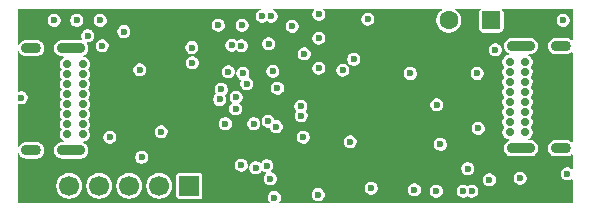
<source format=gbr>
%TF.GenerationSoftware,KiCad,Pcbnew,9.0.4*%
%TF.CreationDate,2025-10-09T20:33:17+01:00*%
%TF.ProjectId,DashcamPower,44617368-6361-46d5-906f-7765722e6b69,rev?*%
%TF.SameCoordinates,Original*%
%TF.FileFunction,Copper,L4,Inr*%
%TF.FilePolarity,Positive*%
%FSLAX46Y46*%
G04 Gerber Fmt 4.6, Leading zero omitted, Abs format (unit mm)*
G04 Created by KiCad (PCBNEW 9.0.4) date 2025-10-09 20:33:17*
%MOMM*%
%LPD*%
G01*
G04 APERTURE LIST*
G04 Aperture macros list*
%AMRoundRect*
0 Rectangle with rounded corners*
0 $1 Rounding radius*
0 $2 $3 $4 $5 $6 $7 $8 $9 X,Y pos of 4 corners*
0 Add a 4 corners polygon primitive as box body*
4,1,4,$2,$3,$4,$5,$6,$7,$8,$9,$2,$3,0*
0 Add four circle primitives for the rounded corners*
1,1,$1+$1,$2,$3*
1,1,$1+$1,$4,$5*
1,1,$1+$1,$6,$7*
1,1,$1+$1,$8,$9*
0 Add four rect primitives between the rounded corners*
20,1,$1+$1,$2,$3,$4,$5,0*
20,1,$1+$1,$4,$5,$6,$7,0*
20,1,$1+$1,$6,$7,$8,$9,0*
20,1,$1+$1,$8,$9,$2,$3,0*%
G04 Aperture macros list end*
%TA.AperFunction,ComponentPad*%
%ADD10C,0.700000*%
%TD*%
%TA.AperFunction,ComponentPad*%
%ADD11O,2.400000X0.900000*%
%TD*%
%TA.AperFunction,ComponentPad*%
%ADD12O,1.700000X0.900000*%
%TD*%
%TA.AperFunction,ComponentPad*%
%ADD13R,1.700000X1.700000*%
%TD*%
%TA.AperFunction,ComponentPad*%
%ADD14C,1.700000*%
%TD*%
%TA.AperFunction,ComponentPad*%
%ADD15RoundRect,0.250000X0.550000X0.550000X-0.550000X0.550000X-0.550000X-0.550000X0.550000X-0.550000X0*%
%TD*%
%TA.AperFunction,ComponentPad*%
%ADD16C,1.600000*%
%TD*%
%TA.AperFunction,ViaPad*%
%ADD17C,0.600000*%
%TD*%
G04 APERTURE END LIST*
D10*
%TO.N,GND*%
%TO.C,J2*%
X109650000Y-102975000D03*
%TO.N,/USB_VOUT*%
X109650000Y-102125000D03*
%TO.N,Net-(J2-CC1)*%
X109650000Y-101275000D03*
%TO.N,Net-(J2-D+-PadA6)*%
X109650000Y-100425000D03*
%TO.N,Net-(J2-D--PadA7)*%
X109650000Y-99575000D03*
%TO.N,unconnected-(J2-SBU1-PadA8)*%
X109650000Y-98725000D03*
%TO.N,/USB_VOUT*%
X109650000Y-97875000D03*
%TO.N,GND*%
X109650000Y-97025000D03*
X111000000Y-97025000D03*
%TO.N,/USB_VOUT*%
X111000000Y-97875000D03*
%TO.N,Net-(J2-CC2)*%
X111000000Y-98725000D03*
%TO.N,Net-(J2-D+-PadA6)*%
X111000000Y-99575000D03*
%TO.N,Net-(J2-D--PadA7)*%
X111000000Y-100425000D03*
%TO.N,unconnected-(J2-SBU2-PadB8)*%
X111000000Y-101275000D03*
%TO.N,/USB_VOUT*%
X111000000Y-102125000D03*
%TO.N,GND*%
X111000000Y-102975000D03*
D11*
X110630000Y-104325000D03*
D12*
X114010000Y-104325000D03*
D11*
X110630000Y-95675000D03*
D12*
X114010000Y-95675000D03*
%TD*%
D13*
%TO.N,/SWD*%
%TO.C,J4*%
X82540000Y-107500000D03*
D14*
%TO.N,GND*%
X80000000Y-107500000D03*
%TO.N,/SWC*%
X77460000Y-107500000D03*
%TO.N,/UTX*%
X74920000Y-107500000D03*
%TO.N,/URX*%
X72380000Y-107500000D03*
%TO.N,+3.3V*%
X69840000Y-107500000D03*
%TD*%
D15*
%TO.N,Net-(LS1-Pad1)*%
%TO.C,LS1*%
X108100000Y-93500000D03*
D16*
%TO.N,Net-(Q3-C)*%
X104500000Y-93500000D03*
%TD*%
D10*
%TO.N,GND*%
%TO.C,J1*%
X73525000Y-97200000D03*
%TO.N,+5V*%
X73525000Y-98050000D03*
%TO.N,Net-(J1-CC1)*%
X73525000Y-98900000D03*
%TO.N,/USB_D_P*%
X73525000Y-99750000D03*
%TO.N,/USB_D_N*%
X73525000Y-100600000D03*
%TO.N,unconnected-(J1-SBU1-PadA8)*%
X73525000Y-101450000D03*
%TO.N,+5V*%
X73525000Y-102300000D03*
%TO.N,GND*%
X73525000Y-103150000D03*
X72175000Y-103150000D03*
%TO.N,+5V*%
X72175000Y-102300000D03*
%TO.N,Net-(J1-CC2)*%
X72175000Y-101450000D03*
%TO.N,/USB_D_P*%
X72175000Y-100600000D03*
%TO.N,/USB_D_N*%
X72175000Y-99750000D03*
%TO.N,unconnected-(J1-SBU2-PadB8)*%
X72175000Y-98900000D03*
%TO.N,+5V*%
X72175000Y-98050000D03*
%TO.N,GND*%
X72175000Y-97200000D03*
D11*
X72545000Y-95850000D03*
D12*
X69165000Y-95850000D03*
D11*
X72545000Y-104500000D03*
D12*
X69165000Y-104500000D03*
%TD*%
D17*
%TO.N,GND*%
X92250000Y-96350000D03*
%TO.N,+5V*%
X75000000Y-93500000D03*
X103450000Y-107950000D03*
X114200000Y-93500000D03*
X105749997Y-107950000D03*
X73950000Y-94800000D03*
X76999000Y-94450000D03*
X101600000Y-107850000D03*
%TO.N,GND*%
X73000000Y-93500000D03*
X88150122Y-105975000D03*
X82750000Y-95800000D03*
X91250000Y-94000000D03*
X78500000Y-105100000D03*
X86450000Y-101000000D03*
X78350000Y-97700000D03*
X87000000Y-93900000D03*
X97650000Y-93400000D03*
X97950000Y-107700000D03*
X89888167Y-102492598D03*
X107000000Y-102650000D03*
X86500000Y-100000000D03*
X106900000Y-98000000D03*
X93500000Y-93000000D03*
X114550000Y-106500000D03*
X68300000Y-100050000D03*
X93450000Y-108250000D03*
X89750000Y-108500000D03*
X82800000Y-97100000D03*
X85000000Y-93900000D03*
X75150000Y-95650000D03*
X87411725Y-98888275D03*
X108450000Y-96000000D03*
X89399998Y-106900000D03*
X86950000Y-105750000D03*
X80150000Y-102950000D03*
X96150000Y-103800000D03*
X71100000Y-93500000D03*
X75800000Y-103400000D03*
X90000000Y-99250000D03*
%TO.N,+3.3V*%
X93500000Y-104850000D03*
X87843800Y-95587988D03*
X91500000Y-96700000D03*
X85050000Y-101000000D03*
X78500000Y-94400000D03*
X89900000Y-100905000D03*
X79400000Y-104900000D03*
X79950000Y-99950000D03*
X80300000Y-97850000D03*
X77800000Y-103500000D03*
X100137500Y-93500748D03*
X78800000Y-95637500D03*
X90850000Y-96300000D03*
X85013075Y-95641883D03*
X87200000Y-102200000D03*
%TO.N,/VCORE*%
X88000000Y-102250000D03*
X86950000Y-95650000D03*
X89256200Y-95500000D03*
%TO.N,/BTN*%
X101250000Y-98000000D03*
%TO.N,Net-(U3-RUN)*%
X92200000Y-103400000D03*
%TO.N,Net-(D1-K)*%
X93500000Y-97550000D03*
X93500000Y-95000000D03*
%TO.N,Net-(D2-K)*%
X96450000Y-96800000D03*
X95538275Y-97711725D03*
%TO.N,/SWC*%
X89223608Y-102047215D03*
%TO.N,/URX*%
X91975000Y-100776200D03*
%TO.N,/UTX*%
X92002616Y-101575726D03*
%TO.N,/SWD*%
X89100000Y-105799998D03*
%TO.N,Net-(Q1-G)*%
X106100000Y-106050000D03*
%TO.N,/USB_RES_D_N*%
X88718301Y-93145685D03*
%TO.N,/USB_RES_D_P*%
X89470701Y-93145685D03*
%TO.N,Net-(R17-Pad2)*%
X103500000Y-100650000D03*
%TO.N,/BUZZER*%
X85600000Y-102250000D03*
%TO.N,/QSPI_SD1*%
X85253400Y-99350000D03*
%TO.N,/QSPI_SD2*%
X85850000Y-97850000D03*
%TO.N,/QSPI_CLK*%
X89611196Y-97815792D03*
%TO.N,/QSPI_SS*%
X85100000Y-100200000D03*
%TO.N,/USB_VOUT*%
X110550000Y-106850000D03*
X103800000Y-104000000D03*
X107950000Y-107000000D03*
X106450000Y-107950000D03*
%TO.N,/QSPI_SD0*%
X87081022Y-97999998D03*
%TO.N,/QSPI_SD3*%
X86150000Y-95600000D03*
%TD*%
%TA.AperFunction,Conductor*%
%TO.N,+3.3V*%
G36*
X88575544Y-92518513D02*
G01*
X88593557Y-92562000D01*
X88575544Y-92605487D01*
X88547975Y-92621404D01*
X88505820Y-92632699D01*
X88505816Y-92632701D01*
X88380287Y-92705175D01*
X88380282Y-92705179D01*
X88277795Y-92807666D01*
X88277791Y-92807671D01*
X88205317Y-92933200D01*
X88205315Y-92933204D01*
X88167801Y-93073207D01*
X88167801Y-93218162D01*
X88205315Y-93358165D01*
X88205316Y-93358167D01*
X88205317Y-93358170D01*
X88277792Y-93483700D01*
X88380286Y-93586194D01*
X88505816Y-93658669D01*
X88505820Y-93658670D01*
X88645824Y-93696185D01*
X88645826Y-93696185D01*
X88790777Y-93696185D01*
X88852507Y-93679643D01*
X88930786Y-93658669D01*
X89056316Y-93586194D01*
X89056324Y-93586185D01*
X89057057Y-93585625D01*
X89057511Y-93585503D01*
X89059807Y-93584178D01*
X89060161Y-93584792D01*
X89102522Y-93573437D01*
X89129051Y-93584426D01*
X89129195Y-93584178D01*
X89131082Y-93585267D01*
X89131945Y-93585625D01*
X89132680Y-93586188D01*
X89132686Y-93586194D01*
X89258216Y-93658669D01*
X89258220Y-93658670D01*
X89398224Y-93696185D01*
X89398226Y-93696185D01*
X89543177Y-93696185D01*
X89604907Y-93679643D01*
X89683186Y-93658669D01*
X89808716Y-93586194D01*
X89911210Y-93483700D01*
X89983685Y-93358170D01*
X90002617Y-93287515D01*
X90021201Y-93218162D01*
X90021201Y-93073207D01*
X89983686Y-92933204D01*
X89983685Y-92933200D01*
X89911210Y-92807670D01*
X89808716Y-92705176D01*
X89683186Y-92632701D01*
X89683183Y-92632700D01*
X89683181Y-92632699D01*
X89641027Y-92621404D01*
X89603684Y-92592750D01*
X89597541Y-92546082D01*
X89626195Y-92508739D01*
X89656945Y-92500500D01*
X93072502Y-92500500D01*
X93115989Y-92518513D01*
X93134002Y-92562000D01*
X93115989Y-92605487D01*
X93059494Y-92661981D01*
X93059490Y-92661986D01*
X92987016Y-92787515D01*
X92987014Y-92787519D01*
X92949500Y-92927522D01*
X92949500Y-93072477D01*
X92987014Y-93212480D01*
X92987015Y-93212482D01*
X92987016Y-93212485D01*
X93059491Y-93338015D01*
X93161985Y-93440509D01*
X93287515Y-93512984D01*
X93287519Y-93512985D01*
X93427523Y-93550500D01*
X93427525Y-93550500D01*
X93572476Y-93550500D01*
X93634206Y-93533958D01*
X93712485Y-93512984D01*
X93838015Y-93440509D01*
X93940509Y-93338015D01*
X93946567Y-93327522D01*
X97099500Y-93327522D01*
X97099500Y-93472477D01*
X97137014Y-93612480D01*
X97137015Y-93612482D01*
X97137016Y-93612485D01*
X97209491Y-93738015D01*
X97311985Y-93840509D01*
X97437515Y-93912984D01*
X97437519Y-93912985D01*
X97577523Y-93950500D01*
X97577525Y-93950500D01*
X97722476Y-93950500D01*
X97784206Y-93933958D01*
X97862485Y-93912984D01*
X97988015Y-93840509D01*
X98090509Y-93738015D01*
X98162984Y-93612485D01*
X98179593Y-93550500D01*
X98200500Y-93472477D01*
X98200500Y-93327522D01*
X98162985Y-93187519D01*
X98162984Y-93187515D01*
X98090509Y-93061985D01*
X97988015Y-92959491D01*
X97862485Y-92887016D01*
X97862482Y-92887015D01*
X97862480Y-92887014D01*
X97722477Y-92849500D01*
X97722475Y-92849500D01*
X97577525Y-92849500D01*
X97577523Y-92849500D01*
X97437519Y-92887014D01*
X97437515Y-92887016D01*
X97311986Y-92959490D01*
X97311981Y-92959494D01*
X97209494Y-93061981D01*
X97209490Y-93061986D01*
X97137016Y-93187515D01*
X97137014Y-93187519D01*
X97099500Y-93327522D01*
X93946567Y-93327522D01*
X94012984Y-93212485D01*
X94027540Y-93158158D01*
X94050500Y-93072477D01*
X94050500Y-92927522D01*
X94012985Y-92787519D01*
X94012984Y-92787515D01*
X93940509Y-92661985D01*
X93884011Y-92605487D01*
X93865998Y-92562000D01*
X93884011Y-92518513D01*
X93927498Y-92500500D01*
X103902269Y-92500500D01*
X103945756Y-92518513D01*
X103963769Y-92562000D01*
X103945756Y-92605487D01*
X103936436Y-92613136D01*
X103830345Y-92684022D01*
X103684022Y-92830345D01*
X103569060Y-93002400D01*
X103569056Y-93002408D01*
X103489873Y-93193569D01*
X103489868Y-93193585D01*
X103449500Y-93396531D01*
X103449500Y-93603468D01*
X103489868Y-93806414D01*
X103489873Y-93806430D01*
X103558653Y-93972477D01*
X103569059Y-93997598D01*
X103569060Y-93997599D01*
X103684022Y-94169654D01*
X103830345Y-94315977D01*
X103830344Y-94315977D01*
X103895467Y-94359490D01*
X104002402Y-94430941D01*
X104077351Y-94461986D01*
X104193569Y-94510126D01*
X104193574Y-94510127D01*
X104193580Y-94510130D01*
X104396531Y-94550499D01*
X104396532Y-94550500D01*
X104396535Y-94550500D01*
X104603468Y-94550500D01*
X104603468Y-94550499D01*
X104806420Y-94510130D01*
X104997598Y-94430941D01*
X105169655Y-94315977D01*
X105315977Y-94169655D01*
X105430941Y-93997598D01*
X105510130Y-93806420D01*
X105550499Y-93603468D01*
X105550500Y-93603468D01*
X105550500Y-93396532D01*
X105550499Y-93396531D01*
X105548606Y-93387016D01*
X105510130Y-93193580D01*
X105510127Y-93193574D01*
X105510126Y-93193569D01*
X105460271Y-93073210D01*
X105430941Y-93002402D01*
X105315977Y-92830345D01*
X105169655Y-92684023D01*
X105169654Y-92684022D01*
X105169655Y-92684022D01*
X105063564Y-92613136D01*
X105037413Y-92573998D01*
X105046595Y-92527833D01*
X105085733Y-92501682D01*
X105097731Y-92500500D01*
X107138429Y-92500500D01*
X107181916Y-92518513D01*
X107199929Y-92562000D01*
X107187662Y-92598854D01*
X107170782Y-92621404D01*
X107106205Y-92707666D01*
X107106203Y-92707671D01*
X107055910Y-92842512D01*
X107055910Y-92842514D01*
X107055909Y-92842517D01*
X107051125Y-92887014D01*
X107049500Y-92902128D01*
X107049500Y-94097872D01*
X107055908Y-94157481D01*
X107055909Y-94157485D01*
X107090229Y-94249500D01*
X107106204Y-94292331D01*
X107192454Y-94407546D01*
X107307669Y-94493796D01*
X107442517Y-94544091D01*
X107502127Y-94550500D01*
X108697872Y-94550499D01*
X108757483Y-94544091D01*
X108892331Y-94493796D01*
X109007546Y-94407546D01*
X109093796Y-94292331D01*
X109144091Y-94157483D01*
X109150500Y-94097873D01*
X109150499Y-93427522D01*
X113649500Y-93427522D01*
X113649500Y-93572477D01*
X113687014Y-93712480D01*
X113687015Y-93712482D01*
X113687016Y-93712485D01*
X113759491Y-93838015D01*
X113861985Y-93940509D01*
X113987515Y-94012984D01*
X113987519Y-94012985D01*
X114127523Y-94050500D01*
X114127525Y-94050500D01*
X114272476Y-94050500D01*
X114334206Y-94033958D01*
X114412485Y-94012984D01*
X114538015Y-93940509D01*
X114640509Y-93838015D01*
X114712984Y-93712485D01*
X114727540Y-93658158D01*
X114750500Y-93572477D01*
X114750500Y-93427522D01*
X114712985Y-93287519D01*
X114712984Y-93287515D01*
X114640509Y-93161985D01*
X114538015Y-93059491D01*
X114412485Y-92987016D01*
X114412482Y-92987015D01*
X114412480Y-92987014D01*
X114272477Y-92949500D01*
X114272475Y-92949500D01*
X114127525Y-92949500D01*
X114127523Y-92949500D01*
X113987519Y-92987014D01*
X113987515Y-92987016D01*
X113861986Y-93059490D01*
X113861981Y-93059494D01*
X113759494Y-93161981D01*
X113759490Y-93161986D01*
X113687016Y-93287515D01*
X113687014Y-93287519D01*
X113649500Y-93427522D01*
X109150499Y-93427522D01*
X109150499Y-92902128D01*
X109144091Y-92842517D01*
X109093796Y-92707669D01*
X109093253Y-92706944D01*
X109029218Y-92621404D01*
X109012337Y-92598854D01*
X109000697Y-92553248D01*
X109024715Y-92512767D01*
X109061571Y-92500500D01*
X114938000Y-92500500D01*
X114981487Y-92518513D01*
X114999500Y-92562000D01*
X114999500Y-95125370D01*
X114981487Y-95168857D01*
X114938000Y-95186870D01*
X114894513Y-95168857D01*
X114856541Y-95130885D01*
X114856535Y-95130880D01*
X114741820Y-95054230D01*
X114741813Y-95054226D01*
X114741811Y-95054225D01*
X114730404Y-95049500D01*
X114614338Y-95001423D01*
X114614321Y-95001418D01*
X114478996Y-94974500D01*
X114478993Y-94974500D01*
X113541007Y-94974500D01*
X113541004Y-94974500D01*
X113405678Y-95001418D01*
X113405661Y-95001423D01*
X113278195Y-95054222D01*
X113278179Y-95054230D01*
X113163464Y-95130880D01*
X113163458Y-95130885D01*
X113065885Y-95228458D01*
X113065880Y-95228464D01*
X112989230Y-95343179D01*
X112989222Y-95343195D01*
X112936423Y-95470661D01*
X112936418Y-95470678D01*
X112909500Y-95606003D01*
X112909500Y-95743996D01*
X112936418Y-95879321D01*
X112936423Y-95879338D01*
X112987863Y-96003524D01*
X112989225Y-96006811D01*
X112989226Y-96006813D01*
X112989230Y-96006820D01*
X113065880Y-96121535D01*
X113065885Y-96121541D01*
X113163458Y-96219114D01*
X113163464Y-96219119D01*
X113278179Y-96295769D01*
X113278183Y-96295771D01*
X113278189Y-96295775D01*
X113319738Y-96312985D01*
X113405661Y-96348576D01*
X113405665Y-96348577D01*
X113405672Y-96348580D01*
X113541003Y-96375499D01*
X113541004Y-96375500D01*
X113541007Y-96375500D01*
X114478996Y-96375500D01*
X114478996Y-96375499D01*
X114614328Y-96348580D01*
X114741811Y-96295775D01*
X114769124Y-96277525D01*
X114856535Y-96219119D01*
X114856536Y-96219117D01*
X114856542Y-96219114D01*
X114894513Y-96181143D01*
X114938000Y-96163130D01*
X114981487Y-96181143D01*
X114999500Y-96224630D01*
X114999500Y-103775370D01*
X114981487Y-103818857D01*
X114938000Y-103836870D01*
X114894513Y-103818857D01*
X114856541Y-103780885D01*
X114856535Y-103780880D01*
X114741820Y-103704230D01*
X114741813Y-103704226D01*
X114741811Y-103704225D01*
X114741804Y-103704222D01*
X114614338Y-103651423D01*
X114614321Y-103651418D01*
X114478996Y-103624500D01*
X114478993Y-103624500D01*
X113541007Y-103624500D01*
X113541004Y-103624500D01*
X113405678Y-103651418D01*
X113405661Y-103651423D01*
X113278195Y-103704222D01*
X113278179Y-103704230D01*
X113163464Y-103780880D01*
X113163458Y-103780885D01*
X113065885Y-103878458D01*
X113065880Y-103878464D01*
X112989230Y-103993179D01*
X112989222Y-103993195D01*
X112936423Y-104120661D01*
X112936418Y-104120678D01*
X112909500Y-104256003D01*
X112909500Y-104393996D01*
X112936418Y-104529321D01*
X112936423Y-104529338D01*
X112989222Y-104656804D01*
X112989225Y-104656811D01*
X112989226Y-104656813D01*
X112989230Y-104656820D01*
X113065880Y-104771535D01*
X113065885Y-104771541D01*
X113163458Y-104869114D01*
X113163464Y-104869119D01*
X113278179Y-104945769D01*
X113278183Y-104945771D01*
X113278189Y-104945775D01*
X113337580Y-104970375D01*
X113405661Y-104998576D01*
X113405665Y-104998577D01*
X113405672Y-104998580D01*
X113541003Y-105025499D01*
X113541004Y-105025500D01*
X113541007Y-105025500D01*
X114478996Y-105025500D01*
X114478996Y-105025499D01*
X114614328Y-104998580D01*
X114741811Y-104945775D01*
X114856542Y-104869114D01*
X114894513Y-104831143D01*
X114938000Y-104813130D01*
X114981487Y-104831143D01*
X114999500Y-104874630D01*
X114999500Y-106022502D01*
X114981487Y-106065989D01*
X114938000Y-106084002D01*
X114894513Y-106065989D01*
X114888018Y-106059494D01*
X114888015Y-106059491D01*
X114762485Y-105987016D01*
X114762482Y-105987015D01*
X114762480Y-105987014D01*
X114622477Y-105949500D01*
X114622475Y-105949500D01*
X114477525Y-105949500D01*
X114477523Y-105949500D01*
X114337519Y-105987014D01*
X114337515Y-105987016D01*
X114211986Y-106059490D01*
X114211981Y-106059494D01*
X114109494Y-106161981D01*
X114109490Y-106161986D01*
X114037016Y-106287515D01*
X114037014Y-106287519D01*
X113999500Y-106427522D01*
X113999500Y-106572477D01*
X114037014Y-106712480D01*
X114037015Y-106712482D01*
X114037016Y-106712485D01*
X114109491Y-106838015D01*
X114211985Y-106940509D01*
X114337515Y-107012984D01*
X114337519Y-107012985D01*
X114477523Y-107050500D01*
X114477525Y-107050500D01*
X114622476Y-107050500D01*
X114684206Y-107033958D01*
X114762485Y-107012984D01*
X114888015Y-106940509D01*
X114894513Y-106934011D01*
X114938000Y-106915998D01*
X114981487Y-106934011D01*
X114999500Y-106977498D01*
X114999500Y-108938000D01*
X114981487Y-108981487D01*
X114938000Y-108999500D01*
X90177498Y-108999500D01*
X90134011Y-108981487D01*
X90115998Y-108938000D01*
X90134011Y-108894513D01*
X90190509Y-108838015D01*
X90262984Y-108712485D01*
X90292991Y-108600499D01*
X90300500Y-108572477D01*
X90300500Y-108427522D01*
X90262985Y-108287519D01*
X90262984Y-108287515D01*
X90214906Y-108204241D01*
X90199480Y-108177522D01*
X92899500Y-108177522D01*
X92899500Y-108322477D01*
X92937014Y-108462480D01*
X92937015Y-108462482D01*
X92937016Y-108462485D01*
X93009491Y-108588015D01*
X93111985Y-108690509D01*
X93237515Y-108762984D01*
X93237519Y-108762985D01*
X93377523Y-108800500D01*
X93377525Y-108800500D01*
X93522476Y-108800500D01*
X93584206Y-108783958D01*
X93662485Y-108762984D01*
X93788015Y-108690509D01*
X93890509Y-108588015D01*
X93962984Y-108462485D01*
X93985482Y-108378522D01*
X94000500Y-108322477D01*
X94000500Y-108177522D01*
X93962985Y-108037519D01*
X93962984Y-108037515D01*
X93890509Y-107911985D01*
X93788015Y-107809491D01*
X93662485Y-107737016D01*
X93662482Y-107737015D01*
X93662480Y-107737014D01*
X93522477Y-107699500D01*
X93522475Y-107699500D01*
X93377525Y-107699500D01*
X93377523Y-107699500D01*
X93237519Y-107737014D01*
X93237515Y-107737016D01*
X93111986Y-107809490D01*
X93111981Y-107809494D01*
X93009494Y-107911981D01*
X93009490Y-107911986D01*
X92937016Y-108037515D01*
X92937014Y-108037519D01*
X92899500Y-108177522D01*
X90199480Y-108177522D01*
X90190513Y-108161991D01*
X90190511Y-108161988D01*
X90190509Y-108161985D01*
X90088015Y-108059491D01*
X89962485Y-107987016D01*
X89962482Y-107987015D01*
X89962480Y-107987014D01*
X89822477Y-107949500D01*
X89822475Y-107949500D01*
X89677525Y-107949500D01*
X89677523Y-107949500D01*
X89537519Y-107987014D01*
X89537515Y-107987016D01*
X89411986Y-108059490D01*
X89411981Y-108059494D01*
X89309494Y-108161981D01*
X89309490Y-108161986D01*
X89237016Y-108287515D01*
X89237014Y-108287519D01*
X89199500Y-108427522D01*
X89199500Y-108572477D01*
X89237014Y-108712480D01*
X89237015Y-108712482D01*
X89237016Y-108712485D01*
X89309491Y-108838015D01*
X89309494Y-108838018D01*
X89365989Y-108894513D01*
X89384002Y-108938000D01*
X89365989Y-108981487D01*
X89322502Y-108999500D01*
X68062000Y-108999500D01*
X68018513Y-108981487D01*
X68000500Y-108938000D01*
X68000500Y-107413385D01*
X71279500Y-107413385D01*
X71279500Y-107586614D01*
X71306598Y-107757703D01*
X71360127Y-107922446D01*
X71438769Y-108076790D01*
X71540584Y-108216926D01*
X71663073Y-108339415D01*
X71733398Y-108390509D01*
X71803212Y-108441232D01*
X71957555Y-108519873D01*
X72122296Y-108573401D01*
X72122299Y-108573402D01*
X72293389Y-108600500D01*
X72293393Y-108600500D01*
X72466607Y-108600500D01*
X72466611Y-108600500D01*
X72637701Y-108573402D01*
X72802445Y-108519873D01*
X72956788Y-108441232D01*
X73096928Y-108339414D01*
X73219414Y-108216928D01*
X73321232Y-108076788D01*
X73399873Y-107922445D01*
X73453402Y-107757701D01*
X73480500Y-107586611D01*
X73480500Y-107413389D01*
X73480499Y-107413385D01*
X73819500Y-107413385D01*
X73819500Y-107586614D01*
X73846598Y-107757703D01*
X73900127Y-107922446D01*
X73978769Y-108076790D01*
X74080584Y-108216926D01*
X74203073Y-108339415D01*
X74273398Y-108390509D01*
X74343212Y-108441232D01*
X74497555Y-108519873D01*
X74662296Y-108573401D01*
X74662299Y-108573402D01*
X74833389Y-108600500D01*
X74833393Y-108600500D01*
X75006607Y-108600500D01*
X75006611Y-108600500D01*
X75177701Y-108573402D01*
X75342445Y-108519873D01*
X75496788Y-108441232D01*
X75636928Y-108339414D01*
X75759414Y-108216928D01*
X75861232Y-108076788D01*
X75939873Y-107922445D01*
X75993402Y-107757701D01*
X76020500Y-107586611D01*
X76020500Y-107413389D01*
X76020499Y-107413385D01*
X76359500Y-107413385D01*
X76359500Y-107586614D01*
X76386598Y-107757703D01*
X76440127Y-107922446D01*
X76518769Y-108076790D01*
X76620584Y-108216926D01*
X76743073Y-108339415D01*
X76813398Y-108390509D01*
X76883212Y-108441232D01*
X77037555Y-108519873D01*
X77202296Y-108573401D01*
X77202299Y-108573402D01*
X77373389Y-108600500D01*
X77373393Y-108600500D01*
X77546607Y-108600500D01*
X77546611Y-108600500D01*
X77717701Y-108573402D01*
X77882445Y-108519873D01*
X78036788Y-108441232D01*
X78176928Y-108339414D01*
X78299414Y-108216928D01*
X78401232Y-108076788D01*
X78479873Y-107922445D01*
X78533402Y-107757701D01*
X78560500Y-107586611D01*
X78560500Y-107413389D01*
X78560499Y-107413385D01*
X78899500Y-107413385D01*
X78899500Y-107586614D01*
X78926598Y-107757703D01*
X78980127Y-107922446D01*
X79058769Y-108076790D01*
X79160584Y-108216926D01*
X79283073Y-108339415D01*
X79353398Y-108390509D01*
X79423212Y-108441232D01*
X79577555Y-108519873D01*
X79742296Y-108573401D01*
X79742299Y-108573402D01*
X79913389Y-108600500D01*
X79913393Y-108600500D01*
X80086607Y-108600500D01*
X80086611Y-108600500D01*
X80257701Y-108573402D01*
X80422445Y-108519873D01*
X80576788Y-108441232D01*
X80716928Y-108339414D01*
X80839414Y-108216928D01*
X80941232Y-108076788D01*
X81019873Y-107922445D01*
X81073402Y-107757701D01*
X81100500Y-107586611D01*
X81100500Y-107413389D01*
X81073402Y-107242299D01*
X81019873Y-107077555D01*
X80941232Y-106923212D01*
X80868018Y-106822442D01*
X80839415Y-106783073D01*
X80716926Y-106660584D01*
X80668392Y-106625322D01*
X81439500Y-106625322D01*
X81439500Y-108374677D01*
X81454032Y-108447738D01*
X81464220Y-108462985D01*
X81509399Y-108530601D01*
X81571615Y-108572172D01*
X81592261Y-108585967D01*
X81650473Y-108597545D01*
X81665322Y-108600499D01*
X81665323Y-108600500D01*
X81665326Y-108600500D01*
X83414677Y-108600500D01*
X83414677Y-108600499D01*
X83443980Y-108594670D01*
X83487738Y-108585967D01*
X83487739Y-108585966D01*
X83487740Y-108585966D01*
X83570601Y-108530601D01*
X83625966Y-108447740D01*
X83625966Y-108447739D01*
X83625967Y-108447738D01*
X83637351Y-108390505D01*
X83640499Y-108374677D01*
X83640500Y-108374677D01*
X83640500Y-107627522D01*
X97399500Y-107627522D01*
X97399500Y-107772477D01*
X97437014Y-107912480D01*
X97437015Y-107912482D01*
X97437016Y-107912485D01*
X97509491Y-108038015D01*
X97611985Y-108140509D01*
X97737515Y-108212984D01*
X97737519Y-108212985D01*
X97877523Y-108250500D01*
X97877525Y-108250500D01*
X98022476Y-108250500D01*
X98084206Y-108233958D01*
X98162485Y-108212984D01*
X98288015Y-108140509D01*
X98390509Y-108038015D01*
X98462984Y-107912485D01*
X98490581Y-107809494D01*
X98499148Y-107777522D01*
X101049500Y-107777522D01*
X101049500Y-107922477D01*
X101087014Y-108062480D01*
X101087015Y-108062482D01*
X101087016Y-108062485D01*
X101159491Y-108188015D01*
X101261985Y-108290509D01*
X101387515Y-108362984D01*
X101387519Y-108362985D01*
X101527523Y-108400500D01*
X101527525Y-108400500D01*
X101672476Y-108400500D01*
X101754497Y-108378522D01*
X101812485Y-108362984D01*
X101938015Y-108290509D01*
X102040509Y-108188015D01*
X102112984Y-108062485D01*
X102143259Y-107949500D01*
X102150500Y-107922477D01*
X102150500Y-107877522D01*
X102899500Y-107877522D01*
X102899500Y-108022477D01*
X102937014Y-108162480D01*
X102937015Y-108162482D01*
X102937016Y-108162485D01*
X103009491Y-108288015D01*
X103111985Y-108390509D01*
X103237515Y-108462984D01*
X103237519Y-108462985D01*
X103377523Y-108500500D01*
X103377525Y-108500500D01*
X103522476Y-108500500D01*
X103584206Y-108483958D01*
X103662485Y-108462984D01*
X103788015Y-108390509D01*
X103890509Y-108288015D01*
X103962984Y-108162485D01*
X103985947Y-108076788D01*
X104000500Y-108022477D01*
X104000500Y-107877522D01*
X105199497Y-107877522D01*
X105199497Y-108022477D01*
X105237011Y-108162480D01*
X105237012Y-108162482D01*
X105237013Y-108162485D01*
X105309488Y-108288015D01*
X105411982Y-108390509D01*
X105537512Y-108462984D01*
X105537516Y-108462985D01*
X105677520Y-108500500D01*
X105677522Y-108500500D01*
X105822473Y-108500500D01*
X105884203Y-108483958D01*
X105962482Y-108462984D01*
X106069248Y-108401341D01*
X106115915Y-108395197D01*
X106130748Y-108401342D01*
X106237509Y-108462981D01*
X106237511Y-108462982D01*
X106237515Y-108462984D01*
X106237519Y-108462985D01*
X106377523Y-108500500D01*
X106377525Y-108500500D01*
X106522476Y-108500500D01*
X106584206Y-108483958D01*
X106662485Y-108462984D01*
X106788015Y-108390509D01*
X106890509Y-108288015D01*
X106962984Y-108162485D01*
X106985947Y-108076788D01*
X107000500Y-108022477D01*
X107000500Y-107877522D01*
X106962985Y-107737519D01*
X106962984Y-107737515D01*
X106890509Y-107611985D01*
X106788015Y-107509491D01*
X106662485Y-107437016D01*
X106662482Y-107437015D01*
X106662480Y-107437014D01*
X106522477Y-107399500D01*
X106522475Y-107399500D01*
X106377525Y-107399500D01*
X106377523Y-107399500D01*
X106237519Y-107437014D01*
X106237515Y-107437016D01*
X106130748Y-107498658D01*
X106084080Y-107504801D01*
X106069250Y-107498659D01*
X105962482Y-107437016D01*
X105962479Y-107437015D01*
X105962477Y-107437014D01*
X105822474Y-107399500D01*
X105822472Y-107399500D01*
X105677522Y-107399500D01*
X105677520Y-107399500D01*
X105537516Y-107437014D01*
X105537512Y-107437016D01*
X105411983Y-107509490D01*
X105411978Y-107509494D01*
X105309491Y-107611981D01*
X105309487Y-107611986D01*
X105237013Y-107737515D01*
X105237011Y-107737519D01*
X105199497Y-107877522D01*
X104000500Y-107877522D01*
X103962985Y-107737519D01*
X103962984Y-107737515D01*
X103890509Y-107611985D01*
X103788015Y-107509491D01*
X103662485Y-107437016D01*
X103662482Y-107437015D01*
X103662480Y-107437014D01*
X103522477Y-107399500D01*
X103522475Y-107399500D01*
X103377525Y-107399500D01*
X103377523Y-107399500D01*
X103237519Y-107437014D01*
X103237515Y-107437016D01*
X103111986Y-107509490D01*
X103111981Y-107509494D01*
X103009494Y-107611981D01*
X103009490Y-107611986D01*
X102937016Y-107737515D01*
X102937014Y-107737519D01*
X102899500Y-107877522D01*
X102150500Y-107877522D01*
X102150500Y-107777522D01*
X102112985Y-107637519D01*
X102112984Y-107637515D01*
X102040509Y-107511985D01*
X101938015Y-107409491D01*
X101812485Y-107337016D01*
X101812482Y-107337015D01*
X101812480Y-107337014D01*
X101672477Y-107299500D01*
X101672475Y-107299500D01*
X101527525Y-107299500D01*
X101527523Y-107299500D01*
X101387519Y-107337014D01*
X101387515Y-107337016D01*
X101261986Y-107409490D01*
X101261981Y-107409494D01*
X101159494Y-107511981D01*
X101159490Y-107511986D01*
X101087016Y-107637515D01*
X101087014Y-107637519D01*
X101049500Y-107777522D01*
X98499148Y-107777522D01*
X98500500Y-107772477D01*
X98500500Y-107627522D01*
X98462985Y-107487519D01*
X98462984Y-107487515D01*
X98390509Y-107361985D01*
X98288015Y-107259491D01*
X98162485Y-107187016D01*
X98162482Y-107187015D01*
X98162480Y-107187014D01*
X98022477Y-107149500D01*
X98022475Y-107149500D01*
X97877525Y-107149500D01*
X97877523Y-107149500D01*
X97737519Y-107187014D01*
X97737515Y-107187016D01*
X97611986Y-107259490D01*
X97611981Y-107259494D01*
X97509494Y-107361981D01*
X97509490Y-107361986D01*
X97437016Y-107487515D01*
X97437014Y-107487519D01*
X97399500Y-107627522D01*
X83640500Y-107627522D01*
X83640500Y-106625323D01*
X83640499Y-106625322D01*
X83625967Y-106552261D01*
X83599056Y-106511986D01*
X83570601Y-106469399D01*
X83529028Y-106441621D01*
X83487738Y-106414032D01*
X83414677Y-106399500D01*
X83414674Y-106399500D01*
X81665326Y-106399500D01*
X81665323Y-106399500D01*
X81592261Y-106414032D01*
X81509399Y-106469399D01*
X81454032Y-106552261D01*
X81439500Y-106625322D01*
X80668392Y-106625322D01*
X80576790Y-106558769D01*
X80422446Y-106480127D01*
X80257702Y-106426598D01*
X80257704Y-106426598D01*
X80086614Y-106399500D01*
X80086611Y-106399500D01*
X79913389Y-106399500D01*
X79913385Y-106399500D01*
X79742296Y-106426598D01*
X79577553Y-106480127D01*
X79423209Y-106558769D01*
X79283073Y-106660584D01*
X79283073Y-106660585D01*
X79283072Y-106660586D01*
X79160586Y-106783072D01*
X79160585Y-106783073D01*
X79160584Y-106783073D01*
X79058769Y-106923209D01*
X78980127Y-107077553D01*
X78926598Y-107242296D01*
X78899500Y-107413385D01*
X78560499Y-107413385D01*
X78533402Y-107242299D01*
X78479873Y-107077555D01*
X78401232Y-106923212D01*
X78328018Y-106822442D01*
X78299415Y-106783073D01*
X78176926Y-106660584D01*
X78036790Y-106558769D01*
X77882446Y-106480127D01*
X77717702Y-106426598D01*
X77717704Y-106426598D01*
X77546614Y-106399500D01*
X77546611Y-106399500D01*
X77373389Y-106399500D01*
X77373385Y-106399500D01*
X77202296Y-106426598D01*
X77037553Y-106480127D01*
X76883209Y-106558769D01*
X76743073Y-106660584D01*
X76743073Y-106660585D01*
X76743072Y-106660586D01*
X76620586Y-106783072D01*
X76620585Y-106783073D01*
X76620584Y-106783073D01*
X76518769Y-106923209D01*
X76440127Y-107077553D01*
X76386598Y-107242296D01*
X76359500Y-107413385D01*
X76020499Y-107413385D01*
X75993402Y-107242299D01*
X75939873Y-107077555D01*
X75861232Y-106923212D01*
X75788018Y-106822442D01*
X75759415Y-106783073D01*
X75636926Y-106660584D01*
X75496790Y-106558769D01*
X75342446Y-106480127D01*
X75177702Y-106426598D01*
X75177704Y-106426598D01*
X75006614Y-106399500D01*
X75006611Y-106399500D01*
X74833389Y-106399500D01*
X74833385Y-106399500D01*
X74662296Y-106426598D01*
X74497553Y-106480127D01*
X74343209Y-106558769D01*
X74203073Y-106660584D01*
X74203073Y-106660585D01*
X74203072Y-106660586D01*
X74080586Y-106783072D01*
X74080585Y-106783073D01*
X74080584Y-106783073D01*
X73978769Y-106923209D01*
X73900127Y-107077553D01*
X73846598Y-107242296D01*
X73819500Y-107413385D01*
X73480499Y-107413385D01*
X73453402Y-107242299D01*
X73399873Y-107077555D01*
X73321232Y-106923212D01*
X73248018Y-106822442D01*
X73219415Y-106783073D01*
X73096926Y-106660584D01*
X72956790Y-106558769D01*
X72802446Y-106480127D01*
X72637702Y-106426598D01*
X72637704Y-106426598D01*
X72466614Y-106399500D01*
X72466611Y-106399500D01*
X72293389Y-106399500D01*
X72293385Y-106399500D01*
X72122296Y-106426598D01*
X71957553Y-106480127D01*
X71803209Y-106558769D01*
X71663073Y-106660584D01*
X71663073Y-106660585D01*
X71663072Y-106660586D01*
X71540586Y-106783072D01*
X71540585Y-106783073D01*
X71540584Y-106783073D01*
X71438769Y-106923209D01*
X71360127Y-107077553D01*
X71306598Y-107242296D01*
X71279500Y-107413385D01*
X68000500Y-107413385D01*
X68000500Y-105677522D01*
X86399500Y-105677522D01*
X86399500Y-105822477D01*
X86437014Y-105962480D01*
X86437015Y-105962482D01*
X86437016Y-105962485D01*
X86509491Y-106088015D01*
X86611985Y-106190509D01*
X86737515Y-106262984D01*
X86737519Y-106262985D01*
X86877523Y-106300500D01*
X86877525Y-106300500D01*
X87022476Y-106300500D01*
X87098806Y-106280047D01*
X87162485Y-106262984D01*
X87288015Y-106190509D01*
X87390509Y-106088015D01*
X87462984Y-105962485D01*
X87479050Y-105902525D01*
X87599622Y-105902525D01*
X87599622Y-105926035D01*
X87599622Y-106047477D01*
X87637136Y-106187480D01*
X87637137Y-106187482D01*
X87637138Y-106187485D01*
X87709613Y-106313015D01*
X87812107Y-106415509D01*
X87937637Y-106487984D01*
X87947060Y-106490509D01*
X88077645Y-106525500D01*
X88077647Y-106525500D01*
X88222598Y-106525500D01*
X88284328Y-106508958D01*
X88362607Y-106487984D01*
X88488137Y-106415509D01*
X88590631Y-106313015D01*
X88639817Y-106227821D01*
X88677160Y-106199169D01*
X88723827Y-106205312D01*
X88736564Y-106215086D01*
X88761985Y-106240507D01*
X88887515Y-106312982D01*
X88902313Y-106316947D01*
X89027519Y-106350497D01*
X89027523Y-106350497D01*
X89027525Y-106350498D01*
X89027527Y-106350498D01*
X89030964Y-106350950D01*
X89071732Y-106374479D01*
X89083921Y-106419943D01*
X89063511Y-106455319D01*
X89064833Y-106456641D01*
X88959492Y-106561981D01*
X88959488Y-106561986D01*
X88887014Y-106687515D01*
X88887012Y-106687519D01*
X88849498Y-106827522D01*
X88849498Y-106972477D01*
X88887012Y-107112480D01*
X88887013Y-107112482D01*
X88887014Y-107112485D01*
X88959489Y-107238015D01*
X89061983Y-107340509D01*
X89187513Y-107412984D01*
X89204060Y-107417417D01*
X89327521Y-107450500D01*
X89327523Y-107450500D01*
X89472474Y-107450500D01*
X89534204Y-107433958D01*
X89612483Y-107412984D01*
X89738013Y-107340509D01*
X89840507Y-107238015D01*
X89912982Y-107112485D01*
X89929591Y-107050500D01*
X89950498Y-106972477D01*
X89950498Y-106927522D01*
X107399500Y-106927522D01*
X107399500Y-107072477D01*
X107437014Y-107212480D01*
X107437015Y-107212482D01*
X107437016Y-107212485D01*
X107509491Y-107338015D01*
X107611985Y-107440509D01*
X107737515Y-107512984D01*
X107737519Y-107512985D01*
X107877523Y-107550500D01*
X107877525Y-107550500D01*
X108022476Y-107550500D01*
X108084206Y-107533958D01*
X108162485Y-107512984D01*
X108288015Y-107440509D01*
X108390509Y-107338015D01*
X108462984Y-107212485D01*
X108479861Y-107149500D01*
X108500500Y-107072477D01*
X108500500Y-106927522D01*
X108463492Y-106789412D01*
X108463492Y-106789410D01*
X108463491Y-106789409D01*
X108462984Y-106787515D01*
X108457215Y-106777522D01*
X109999500Y-106777522D01*
X109999500Y-106922477D01*
X110037014Y-107062480D01*
X110037015Y-107062482D01*
X110037016Y-107062485D01*
X110109491Y-107188015D01*
X110211985Y-107290509D01*
X110337515Y-107362984D01*
X110337519Y-107362985D01*
X110477523Y-107400500D01*
X110477525Y-107400500D01*
X110622476Y-107400500D01*
X110684206Y-107383958D01*
X110762485Y-107362984D01*
X110888015Y-107290509D01*
X110990509Y-107188015D01*
X111062984Y-107062485D01*
X111077540Y-107008158D01*
X111100500Y-106922477D01*
X111100500Y-106777522D01*
X111062985Y-106637519D01*
X111062984Y-106637515D01*
X110990509Y-106511985D01*
X110888015Y-106409491D01*
X110762485Y-106337016D01*
X110762482Y-106337015D01*
X110762480Y-106337014D01*
X110622477Y-106299500D01*
X110622475Y-106299500D01*
X110477525Y-106299500D01*
X110477523Y-106299500D01*
X110337519Y-106337014D01*
X110337515Y-106337016D01*
X110211986Y-106409490D01*
X110211981Y-106409494D01*
X110109494Y-106511981D01*
X110109490Y-106511986D01*
X110037016Y-106637515D01*
X110037014Y-106637519D01*
X109999500Y-106777522D01*
X108457215Y-106777522D01*
X108390509Y-106661985D01*
X108288015Y-106559491D01*
X108162485Y-106487016D01*
X108162482Y-106487015D01*
X108162480Y-106487014D01*
X108022477Y-106449500D01*
X108022475Y-106449500D01*
X107877525Y-106449500D01*
X107877523Y-106449500D01*
X107737519Y-106487014D01*
X107737515Y-106487016D01*
X107611986Y-106559490D01*
X107611981Y-106559494D01*
X107509494Y-106661981D01*
X107509490Y-106661986D01*
X107437016Y-106787515D01*
X107437014Y-106787519D01*
X107399500Y-106927522D01*
X89950498Y-106927522D01*
X89950498Y-106827522D01*
X89912983Y-106687519D01*
X89912982Y-106687515D01*
X89840507Y-106561985D01*
X89738013Y-106459491D01*
X89612483Y-106387016D01*
X89612480Y-106387015D01*
X89612478Y-106387014D01*
X89472474Y-106349499D01*
X89469026Y-106349046D01*
X89428261Y-106325513D01*
X89416077Y-106280047D01*
X89436491Y-106244683D01*
X89435165Y-106243357D01*
X89479353Y-106199169D01*
X89540509Y-106138013D01*
X89612984Y-106012483D01*
X89619808Y-105987016D01*
X89622352Y-105977522D01*
X105549500Y-105977522D01*
X105549500Y-106122477D01*
X105587014Y-106262480D01*
X105587015Y-106262482D01*
X105587016Y-106262485D01*
X105659491Y-106388015D01*
X105761985Y-106490509D01*
X105887515Y-106562984D01*
X105887519Y-106562985D01*
X106027523Y-106600500D01*
X106027525Y-106600500D01*
X106172476Y-106600500D01*
X106234206Y-106583958D01*
X106312485Y-106562984D01*
X106438015Y-106490509D01*
X106540509Y-106388015D01*
X106612984Y-106262485D01*
X106632271Y-106190505D01*
X106650500Y-106122477D01*
X106650500Y-105977522D01*
X106612985Y-105837519D01*
X106612984Y-105837515D01*
X106540509Y-105711985D01*
X106438015Y-105609491D01*
X106312485Y-105537016D01*
X106312482Y-105537015D01*
X106312480Y-105537014D01*
X106172477Y-105499500D01*
X106172475Y-105499500D01*
X106027525Y-105499500D01*
X106027523Y-105499500D01*
X105887519Y-105537014D01*
X105887515Y-105537016D01*
X105761986Y-105609490D01*
X105761981Y-105609494D01*
X105659494Y-105711981D01*
X105659490Y-105711986D01*
X105587016Y-105837515D01*
X105587014Y-105837519D01*
X105549500Y-105977522D01*
X89622352Y-105977522D01*
X89627697Y-105957576D01*
X89650500Y-105872475D01*
X89650500Y-105727520D01*
X89612985Y-105587517D01*
X89612984Y-105587513D01*
X89540509Y-105461983D01*
X89438015Y-105359489D01*
X89312485Y-105287014D01*
X89312482Y-105287013D01*
X89312480Y-105287012D01*
X89172477Y-105249498D01*
X89172475Y-105249498D01*
X89027525Y-105249498D01*
X89027523Y-105249498D01*
X88887519Y-105287012D01*
X88887515Y-105287014D01*
X88761986Y-105359488D01*
X88761981Y-105359492D01*
X88659494Y-105461979D01*
X88659488Y-105461987D01*
X88610304Y-105547175D01*
X88572961Y-105575829D01*
X88526293Y-105569684D01*
X88513557Y-105559911D01*
X88488140Y-105534494D01*
X88488137Y-105534491D01*
X88362607Y-105462016D01*
X88362604Y-105462015D01*
X88362602Y-105462014D01*
X88222599Y-105424500D01*
X88222597Y-105424500D01*
X88077647Y-105424500D01*
X88077645Y-105424500D01*
X87937641Y-105462014D01*
X87937637Y-105462016D01*
X87812108Y-105534490D01*
X87812103Y-105534494D01*
X87709616Y-105636981D01*
X87709612Y-105636986D01*
X87637138Y-105762515D01*
X87637136Y-105762519D01*
X87621851Y-105819563D01*
X87621847Y-105819577D01*
X87599622Y-105902525D01*
X87479050Y-105902525D01*
X87500500Y-105822475D01*
X87500500Y-105677525D01*
X87500500Y-105677522D01*
X87462985Y-105537519D01*
X87462984Y-105537515D01*
X87390509Y-105411985D01*
X87288015Y-105309491D01*
X87162485Y-105237016D01*
X87162482Y-105237015D01*
X87162480Y-105237014D01*
X87022477Y-105199500D01*
X87022475Y-105199500D01*
X86877525Y-105199500D01*
X86877523Y-105199500D01*
X86737519Y-105237014D01*
X86737515Y-105237016D01*
X86611986Y-105309490D01*
X86611981Y-105309494D01*
X86509494Y-105411981D01*
X86509490Y-105411986D01*
X86437016Y-105537515D01*
X86437014Y-105537519D01*
X86399500Y-105677522D01*
X68000500Y-105677522D01*
X68000500Y-104794009D01*
X68018513Y-104750522D01*
X68062000Y-104732509D01*
X68105487Y-104750522D01*
X68118818Y-104770474D01*
X68128567Y-104794009D01*
X68144225Y-104831811D01*
X68144226Y-104831813D01*
X68144230Y-104831820D01*
X68220880Y-104946535D01*
X68220885Y-104946541D01*
X68318458Y-105044114D01*
X68318464Y-105044119D01*
X68433179Y-105120769D01*
X68433183Y-105120771D01*
X68433189Y-105120775D01*
X68492580Y-105145375D01*
X68560661Y-105173576D01*
X68560665Y-105173577D01*
X68560672Y-105173580D01*
X68696003Y-105200499D01*
X68696004Y-105200500D01*
X68696007Y-105200500D01*
X69633996Y-105200500D01*
X69633996Y-105200499D01*
X69769328Y-105173580D01*
X69896811Y-105120775D01*
X70011542Y-105044114D01*
X70109114Y-104946542D01*
X70109627Y-104945775D01*
X70185769Y-104831820D01*
X70185769Y-104831819D01*
X70185775Y-104831811D01*
X70238580Y-104704328D01*
X70265499Y-104568996D01*
X70265500Y-104568996D01*
X70265500Y-104431004D01*
X70265499Y-104431003D01*
X70247002Y-104338015D01*
X70238580Y-104295672D01*
X70238577Y-104295665D01*
X70238576Y-104295661D01*
X70204123Y-104212485D01*
X70185775Y-104168189D01*
X70185771Y-104168183D01*
X70185769Y-104168179D01*
X70109119Y-104053464D01*
X70109114Y-104053458D01*
X70011541Y-103955885D01*
X70011535Y-103955880D01*
X69896820Y-103879230D01*
X69896813Y-103879226D01*
X69896811Y-103879225D01*
X69894974Y-103878464D01*
X69769338Y-103826423D01*
X69769321Y-103826418D01*
X69633996Y-103799500D01*
X69633993Y-103799500D01*
X68696007Y-103799500D01*
X68696004Y-103799500D01*
X68560678Y-103826418D01*
X68560661Y-103826423D01*
X68433195Y-103879222D01*
X68433179Y-103879230D01*
X68318464Y-103955880D01*
X68318458Y-103955885D01*
X68220885Y-104053458D01*
X68220880Y-104053464D01*
X68144230Y-104168179D01*
X68144224Y-104168191D01*
X68118818Y-104229526D01*
X68085534Y-104262809D01*
X68038464Y-104262808D01*
X68005181Y-104229524D01*
X68000500Y-104205990D01*
X68000500Y-100618982D01*
X68018513Y-100575495D01*
X68062000Y-100557482D01*
X68085538Y-100562165D01*
X68087515Y-100562984D01*
X68227523Y-100600500D01*
X68227525Y-100600500D01*
X68372476Y-100600500D01*
X68434206Y-100583958D01*
X68512485Y-100562984D01*
X68638015Y-100490509D01*
X68740509Y-100388015D01*
X68812984Y-100262485D01*
X68836426Y-100175000D01*
X68850500Y-100122477D01*
X68850500Y-99977522D01*
X68812985Y-99837519D01*
X68812984Y-99837515D01*
X68740509Y-99711985D01*
X68638015Y-99609491D01*
X68512485Y-99537016D01*
X68512482Y-99537015D01*
X68512480Y-99537014D01*
X68372477Y-99499500D01*
X68372475Y-99499500D01*
X68227525Y-99499500D01*
X68227523Y-99499500D01*
X68087513Y-99537016D01*
X68085529Y-99537838D01*
X68084447Y-99537837D01*
X68083622Y-99538059D01*
X68083562Y-99537837D01*
X68038459Y-99537833D01*
X68005179Y-99504546D01*
X68000500Y-99481017D01*
X68000500Y-96144009D01*
X68018513Y-96100522D01*
X68062000Y-96082509D01*
X68105487Y-96100522D01*
X68118818Y-96120474D01*
X68136427Y-96162985D01*
X68144225Y-96181811D01*
X68144226Y-96181813D01*
X68144230Y-96181820D01*
X68220880Y-96296535D01*
X68220885Y-96296541D01*
X68318458Y-96394114D01*
X68318464Y-96394119D01*
X68433179Y-96470769D01*
X68433183Y-96470771D01*
X68433189Y-96470775D01*
X68472034Y-96486865D01*
X68560661Y-96523576D01*
X68560665Y-96523577D01*
X68560672Y-96523580D01*
X68696003Y-96550499D01*
X68696004Y-96550500D01*
X68696007Y-96550500D01*
X69633996Y-96550500D01*
X69633996Y-96550499D01*
X69769328Y-96523580D01*
X69896811Y-96470775D01*
X69947359Y-96437000D01*
X70011535Y-96394119D01*
X70011536Y-96394117D01*
X70011542Y-96394114D01*
X70109114Y-96296542D01*
X70109627Y-96295775D01*
X70185769Y-96181820D01*
X70185769Y-96181819D01*
X70185775Y-96181811D01*
X70238580Y-96054328D01*
X70265499Y-95918996D01*
X70265500Y-95918996D01*
X70265500Y-95781004D01*
X70265499Y-95781003D01*
X71094500Y-95781003D01*
X71094500Y-95918996D01*
X71121418Y-96054321D01*
X71121423Y-96054338D01*
X71166427Y-96162985D01*
X71174225Y-96181811D01*
X71174226Y-96181813D01*
X71174230Y-96181820D01*
X71250880Y-96296535D01*
X71250885Y-96296541D01*
X71348458Y-96394114D01*
X71348464Y-96394119D01*
X71463179Y-96470769D01*
X71463183Y-96470771D01*
X71463189Y-96470775D01*
X71502034Y-96486865D01*
X71590661Y-96523576D01*
X71590665Y-96523577D01*
X71590672Y-96523580D01*
X71726003Y-96550499D01*
X71726004Y-96550500D01*
X71869446Y-96550500D01*
X71912933Y-96568513D01*
X71930946Y-96612000D01*
X71912933Y-96655487D01*
X71900199Y-96665258D01*
X71844358Y-96697497D01*
X71806285Y-96719479D01*
X71806280Y-96719483D01*
X71694483Y-96831280D01*
X71694479Y-96831285D01*
X71615423Y-96968216D01*
X71615421Y-96968220D01*
X71574500Y-97120940D01*
X71574500Y-97279059D01*
X71615421Y-97431779D01*
X71615422Y-97431781D01*
X71615423Y-97431784D01*
X71694480Y-97568716D01*
X71694483Y-97568719D01*
X71707277Y-97581513D01*
X71725290Y-97625000D01*
X71707277Y-97668487D01*
X71694483Y-97681280D01*
X71694479Y-97681285D01*
X71615423Y-97818216D01*
X71615421Y-97818220D01*
X71574500Y-97970940D01*
X71574500Y-98129059D01*
X71615421Y-98281779D01*
X71615422Y-98281781D01*
X71615423Y-98281784D01*
X71694480Y-98418716D01*
X71694483Y-98418719D01*
X71707277Y-98431513D01*
X71725290Y-98475000D01*
X71707277Y-98518487D01*
X71694483Y-98531280D01*
X71694479Y-98531285D01*
X71615423Y-98668216D01*
X71615421Y-98668220D01*
X71574500Y-98820940D01*
X71574500Y-98979059D01*
X71615421Y-99131779D01*
X71615422Y-99131781D01*
X71615423Y-99131784D01*
X71694480Y-99268716D01*
X71694483Y-99268719D01*
X71707277Y-99281513D01*
X71725290Y-99325000D01*
X71707277Y-99368487D01*
X71694483Y-99381280D01*
X71694479Y-99381285D01*
X71615423Y-99518216D01*
X71615421Y-99518220D01*
X71574500Y-99670940D01*
X71574500Y-99829059D01*
X71615421Y-99981779D01*
X71615422Y-99981781D01*
X71615423Y-99981784D01*
X71694480Y-100118716D01*
X71694483Y-100118719D01*
X71707277Y-100131513D01*
X71725290Y-100175000D01*
X71707277Y-100218487D01*
X71694483Y-100231280D01*
X71694479Y-100231285D01*
X71615423Y-100368216D01*
X71615421Y-100368220D01*
X71574500Y-100520940D01*
X71574500Y-100679059D01*
X71615421Y-100831779D01*
X71615422Y-100831781D01*
X71615423Y-100831784D01*
X71694480Y-100968716D01*
X71694483Y-100968719D01*
X71707277Y-100981513D01*
X71725290Y-101025000D01*
X71707277Y-101068487D01*
X71694483Y-101081280D01*
X71694479Y-101081285D01*
X71615423Y-101218216D01*
X71615421Y-101218220D01*
X71574500Y-101370940D01*
X71574500Y-101529059D01*
X71615421Y-101681779D01*
X71615422Y-101681781D01*
X71615423Y-101681784D01*
X71694480Y-101818716D01*
X71694483Y-101818719D01*
X71707277Y-101831513D01*
X71725290Y-101875000D01*
X71707277Y-101918487D01*
X71694483Y-101931280D01*
X71694479Y-101931285D01*
X71615423Y-102068216D01*
X71615421Y-102068220D01*
X71574500Y-102220940D01*
X71574500Y-102379059D01*
X71615421Y-102531779D01*
X71615422Y-102531781D01*
X71615423Y-102531784D01*
X71694480Y-102668716D01*
X71694483Y-102668719D01*
X71707277Y-102681513D01*
X71725290Y-102725000D01*
X71707277Y-102768487D01*
X71694483Y-102781280D01*
X71694479Y-102781285D01*
X71615423Y-102918216D01*
X71615421Y-102918220D01*
X71574500Y-103070940D01*
X71574500Y-103229059D01*
X71615421Y-103381779D01*
X71615422Y-103381781D01*
X71615423Y-103381784D01*
X71694480Y-103518716D01*
X71806284Y-103630520D01*
X71900196Y-103684740D01*
X71928850Y-103722082D01*
X71922707Y-103768750D01*
X71885364Y-103797404D01*
X71869446Y-103799500D01*
X71726004Y-103799500D01*
X71590678Y-103826418D01*
X71590661Y-103826423D01*
X71463195Y-103879222D01*
X71463179Y-103879230D01*
X71348464Y-103955880D01*
X71348458Y-103955885D01*
X71250885Y-104053458D01*
X71250880Y-104053464D01*
X71174230Y-104168179D01*
X71174222Y-104168195D01*
X71121423Y-104295661D01*
X71121418Y-104295678D01*
X71094500Y-104431003D01*
X71094500Y-104568996D01*
X71121418Y-104704321D01*
X71121423Y-104704338D01*
X71158567Y-104794009D01*
X71174225Y-104831811D01*
X71174226Y-104831813D01*
X71174230Y-104831820D01*
X71250880Y-104946535D01*
X71250885Y-104946541D01*
X71348458Y-105044114D01*
X71348464Y-105044119D01*
X71463179Y-105120769D01*
X71463183Y-105120771D01*
X71463189Y-105120775D01*
X71522580Y-105145375D01*
X71590661Y-105173576D01*
X71590665Y-105173577D01*
X71590672Y-105173580D01*
X71726003Y-105200499D01*
X71726004Y-105200500D01*
X71726007Y-105200500D01*
X73363996Y-105200500D01*
X73363996Y-105200499D01*
X73499328Y-105173580D01*
X73626811Y-105120775D01*
X73741542Y-105044114D01*
X73758134Y-105027522D01*
X77949500Y-105027522D01*
X77949500Y-105172477D01*
X77987014Y-105312480D01*
X77987015Y-105312482D01*
X77987016Y-105312485D01*
X78059491Y-105438015D01*
X78161985Y-105540509D01*
X78287515Y-105612984D01*
X78287519Y-105612985D01*
X78427523Y-105650500D01*
X78427525Y-105650500D01*
X78572476Y-105650500D01*
X78708358Y-105614090D01*
X78709682Y-105613734D01*
X78712485Y-105612984D01*
X78838015Y-105540509D01*
X78940509Y-105438015D01*
X79012984Y-105312485D01*
X79050204Y-105173580D01*
X79050500Y-105172477D01*
X79050500Y-105027522D01*
X79012985Y-104887519D01*
X79012984Y-104887515D01*
X78940509Y-104761985D01*
X78838015Y-104659491D01*
X78712485Y-104587016D01*
X78712482Y-104587015D01*
X78712480Y-104587014D01*
X78572477Y-104549500D01*
X78572475Y-104549500D01*
X78427525Y-104549500D01*
X78427523Y-104549500D01*
X78287519Y-104587014D01*
X78287515Y-104587016D01*
X78161986Y-104659490D01*
X78161981Y-104659494D01*
X78059494Y-104761981D01*
X78059490Y-104761986D01*
X77987016Y-104887515D01*
X77987014Y-104887519D01*
X77949500Y-105027522D01*
X73758134Y-105027522D01*
X73839114Y-104946542D01*
X73839627Y-104945775D01*
X73915769Y-104831820D01*
X73915769Y-104831819D01*
X73915775Y-104831811D01*
X73968580Y-104704328D01*
X73995499Y-104568996D01*
X73995500Y-104568996D01*
X73995500Y-104431004D01*
X73995499Y-104431003D01*
X73977002Y-104338015D01*
X73968580Y-104295672D01*
X73968577Y-104295665D01*
X73968576Y-104295661D01*
X73934123Y-104212485D01*
X73915775Y-104168189D01*
X73915771Y-104168183D01*
X73915769Y-104168179D01*
X73839119Y-104053464D01*
X73839114Y-104053458D01*
X73741541Y-103955885D01*
X73741535Y-103955880D01*
X73626820Y-103879230D01*
X73626811Y-103879225D01*
X73596552Y-103866691D01*
X73563270Y-103833406D01*
X73563271Y-103786336D01*
X73596556Y-103753054D01*
X73604155Y-103750473D01*
X73756784Y-103709577D01*
X73893716Y-103630520D01*
X74005520Y-103518716D01*
X74084577Y-103381784D01*
X74090550Y-103359494D01*
X74099117Y-103327522D01*
X75249500Y-103327522D01*
X75249500Y-103472477D01*
X75287014Y-103612480D01*
X75287015Y-103612482D01*
X75287016Y-103612485D01*
X75359491Y-103738015D01*
X75461985Y-103840509D01*
X75587515Y-103912984D01*
X75587519Y-103912985D01*
X75727523Y-103950500D01*
X75727525Y-103950500D01*
X75872476Y-103950500D01*
X75934206Y-103933958D01*
X76012485Y-103912984D01*
X76138015Y-103840509D01*
X76240509Y-103738015D01*
X76312984Y-103612485D01*
X76346604Y-103487016D01*
X76350500Y-103472477D01*
X76350500Y-103327522D01*
X76312985Y-103187519D01*
X76312984Y-103187515D01*
X76240509Y-103061985D01*
X76138015Y-102959491D01*
X76012485Y-102887016D01*
X76012482Y-102887015D01*
X76012480Y-102887014D01*
X75977056Y-102877522D01*
X79599500Y-102877522D01*
X79599500Y-103022477D01*
X79637014Y-103162480D01*
X79637015Y-103162482D01*
X79637016Y-103162485D01*
X79709491Y-103288015D01*
X79811985Y-103390509D01*
X79937515Y-103462984D01*
X79937519Y-103462985D01*
X80077523Y-103500500D01*
X80077525Y-103500500D01*
X80222476Y-103500500D01*
X80284206Y-103483958D01*
X80362485Y-103462984D01*
X80488015Y-103390509D01*
X80551002Y-103327522D01*
X91649500Y-103327522D01*
X91649500Y-103472477D01*
X91687014Y-103612480D01*
X91687015Y-103612482D01*
X91687016Y-103612485D01*
X91759491Y-103738015D01*
X91861985Y-103840509D01*
X91987515Y-103912984D01*
X91987519Y-103912985D01*
X92127523Y-103950500D01*
X92127525Y-103950500D01*
X92272476Y-103950500D01*
X92334206Y-103933958D01*
X92412485Y-103912984D01*
X92538015Y-103840509D01*
X92640509Y-103738015D01*
X92646567Y-103727522D01*
X95599500Y-103727522D01*
X95599500Y-103872477D01*
X95637014Y-104012480D01*
X95637015Y-104012482D01*
X95637016Y-104012485D01*
X95709491Y-104138015D01*
X95811985Y-104240509D01*
X95937515Y-104312984D01*
X95937519Y-104312985D01*
X96077523Y-104350500D01*
X96077525Y-104350500D01*
X96222476Y-104350500D01*
X96284206Y-104333958D01*
X96362485Y-104312984D01*
X96488015Y-104240509D01*
X96590509Y-104138015D01*
X96662984Y-104012485D01*
X96679593Y-103950500D01*
X96685750Y-103927522D01*
X103249500Y-103927522D01*
X103249500Y-104072477D01*
X103287014Y-104212480D01*
X103287015Y-104212482D01*
X103287016Y-104212485D01*
X103359491Y-104338015D01*
X103461985Y-104440509D01*
X103587515Y-104512984D01*
X103587519Y-104512985D01*
X103727523Y-104550500D01*
X103727525Y-104550500D01*
X103872476Y-104550500D01*
X103934206Y-104533958D01*
X104012485Y-104512984D01*
X104138015Y-104440509D01*
X104240509Y-104338015D01*
X104312984Y-104212485D01*
X104332938Y-104138018D01*
X104350500Y-104072477D01*
X104350500Y-103927522D01*
X104312985Y-103787519D01*
X104312984Y-103787515D01*
X104240509Y-103661985D01*
X104138015Y-103559491D01*
X104012485Y-103487016D01*
X104012482Y-103487015D01*
X104012480Y-103487014D01*
X103872477Y-103449500D01*
X103872475Y-103449500D01*
X103727525Y-103449500D01*
X103727523Y-103449500D01*
X103587519Y-103487014D01*
X103587515Y-103487016D01*
X103461986Y-103559490D01*
X103461981Y-103559494D01*
X103359494Y-103661981D01*
X103359490Y-103661986D01*
X103287016Y-103787515D01*
X103287014Y-103787519D01*
X103249500Y-103927522D01*
X96685750Y-103927522D01*
X96691095Y-103907576D01*
X96700500Y-103872477D01*
X96700500Y-103727522D01*
X96662985Y-103587519D01*
X96662984Y-103587515D01*
X96590509Y-103461985D01*
X96488015Y-103359491D01*
X96362485Y-103287016D01*
X96362482Y-103287015D01*
X96362480Y-103287014D01*
X96222477Y-103249500D01*
X96222475Y-103249500D01*
X96077525Y-103249500D01*
X96077523Y-103249500D01*
X95937519Y-103287014D01*
X95937515Y-103287016D01*
X95811986Y-103359490D01*
X95811981Y-103359494D01*
X95709494Y-103461981D01*
X95709490Y-103461986D01*
X95637016Y-103587515D01*
X95637014Y-103587519D01*
X95599500Y-103727522D01*
X92646567Y-103727522D01*
X92656928Y-103709577D01*
X92666645Y-103692747D01*
X92666646Y-103692744D01*
X92684404Y-103661986D01*
X92712984Y-103612485D01*
X92746604Y-103487016D01*
X92750500Y-103472477D01*
X92750500Y-103327522D01*
X92712985Y-103187519D01*
X92712984Y-103187515D01*
X92640509Y-103061985D01*
X92538015Y-102959491D01*
X92412485Y-102887016D01*
X92412482Y-102887015D01*
X92412480Y-102887014D01*
X92272477Y-102849500D01*
X92272475Y-102849500D01*
X92127525Y-102849500D01*
X92127523Y-102849500D01*
X91987519Y-102887014D01*
X91987515Y-102887016D01*
X91861986Y-102959490D01*
X91861981Y-102959494D01*
X91759494Y-103061981D01*
X91759490Y-103061986D01*
X91687016Y-103187515D01*
X91687014Y-103187519D01*
X91649500Y-103327522D01*
X80551002Y-103327522D01*
X80590509Y-103288015D01*
X80662984Y-103162485D01*
X80689913Y-103061985D01*
X80700500Y-103022477D01*
X80700500Y-102877522D01*
X80662985Y-102737519D01*
X80662984Y-102737515D01*
X80590509Y-102611985D01*
X80488015Y-102509491D01*
X80362485Y-102437016D01*
X80362482Y-102437015D01*
X80362480Y-102437014D01*
X80222477Y-102399500D01*
X80222475Y-102399500D01*
X80077525Y-102399500D01*
X80077523Y-102399500D01*
X79937519Y-102437014D01*
X79937515Y-102437016D01*
X79811986Y-102509490D01*
X79811981Y-102509494D01*
X79709494Y-102611981D01*
X79709490Y-102611986D01*
X79637016Y-102737515D01*
X79637014Y-102737519D01*
X79599500Y-102877522D01*
X75977056Y-102877522D01*
X75872477Y-102849500D01*
X75872475Y-102849500D01*
X75727525Y-102849500D01*
X75727523Y-102849500D01*
X75587519Y-102887014D01*
X75587515Y-102887016D01*
X75461986Y-102959490D01*
X75461981Y-102959494D01*
X75359494Y-103061981D01*
X75359490Y-103061986D01*
X75287016Y-103187515D01*
X75287014Y-103187519D01*
X75249500Y-103327522D01*
X74099117Y-103327522D01*
X74104461Y-103307577D01*
X74104461Y-103307576D01*
X74125500Y-103229059D01*
X74125500Y-103070940D01*
X74084578Y-102918220D01*
X74084577Y-102918216D01*
X74005520Y-102781284D01*
X73992723Y-102768487D01*
X73974710Y-102725000D01*
X73992723Y-102681513D01*
X74005520Y-102668716D01*
X74084577Y-102531784D01*
X74109970Y-102437016D01*
X74125500Y-102379059D01*
X74125500Y-102220940D01*
X74125499Y-102220938D01*
X74117052Y-102189411D01*
X74113866Y-102177522D01*
X85049500Y-102177522D01*
X85049500Y-102322477D01*
X85087014Y-102462480D01*
X85087015Y-102462482D01*
X85087016Y-102462485D01*
X85159491Y-102588015D01*
X85261985Y-102690509D01*
X85387515Y-102762984D01*
X85387519Y-102762985D01*
X85527523Y-102800500D01*
X85527525Y-102800500D01*
X85672476Y-102800500D01*
X85734206Y-102783958D01*
X85812485Y-102762984D01*
X85938015Y-102690509D01*
X86040509Y-102588015D01*
X86112984Y-102462485D01*
X86141308Y-102356779D01*
X86150500Y-102322477D01*
X86150500Y-102177522D01*
X87449500Y-102177522D01*
X87449500Y-102322477D01*
X87487014Y-102462480D01*
X87487015Y-102462482D01*
X87487016Y-102462485D01*
X87559491Y-102588015D01*
X87661985Y-102690509D01*
X87787515Y-102762984D01*
X87787519Y-102762985D01*
X87927523Y-102800500D01*
X87927525Y-102800500D01*
X88072476Y-102800500D01*
X88134206Y-102783958D01*
X88212485Y-102762984D01*
X88338015Y-102690509D01*
X88440509Y-102588015D01*
X88512984Y-102462485D01*
X88541308Y-102356779D01*
X88550500Y-102322477D01*
X88550500Y-102177522D01*
X88512985Y-102037519D01*
X88512984Y-102037515D01*
X88476739Y-101974737D01*
X88673108Y-101974737D01*
X88673108Y-102119692D01*
X88710622Y-102259695D01*
X88710623Y-102259697D01*
X88710624Y-102259700D01*
X88783099Y-102385230D01*
X88885593Y-102487724D01*
X89011123Y-102560199D01*
X89011127Y-102560200D01*
X89151131Y-102597715D01*
X89299223Y-102597715D01*
X89342710Y-102615728D01*
X89358627Y-102643297D01*
X89375181Y-102705078D01*
X89375182Y-102705080D01*
X89375183Y-102705083D01*
X89447658Y-102830613D01*
X89550152Y-102933107D01*
X89675682Y-103005582D01*
X89675686Y-103005583D01*
X89815690Y-103043098D01*
X89815692Y-103043098D01*
X89960643Y-103043098D01*
X90022373Y-103026556D01*
X90100652Y-103005582D01*
X90226182Y-102933107D01*
X90328676Y-102830613D01*
X90401151Y-102705083D01*
X90435331Y-102577522D01*
X106449500Y-102577522D01*
X106449500Y-102722477D01*
X106487014Y-102862480D01*
X106487015Y-102862482D01*
X106487016Y-102862485D01*
X106559491Y-102988015D01*
X106661985Y-103090509D01*
X106787515Y-103162984D01*
X106787519Y-103162985D01*
X106927523Y-103200500D01*
X106927525Y-103200500D01*
X107072476Y-103200500D01*
X107134206Y-103183958D01*
X107212485Y-103162984D01*
X107338015Y-103090509D01*
X107440509Y-102988015D01*
X107512984Y-102862485D01*
X107538171Y-102768487D01*
X107550500Y-102722477D01*
X107550500Y-102577522D01*
X107512985Y-102437519D01*
X107512984Y-102437515D01*
X107440509Y-102311985D01*
X107338015Y-102209491D01*
X107212485Y-102137016D01*
X107212482Y-102137015D01*
X107212480Y-102137014D01*
X107072477Y-102099500D01*
X107072475Y-102099500D01*
X106927525Y-102099500D01*
X106927523Y-102099500D01*
X106787519Y-102137014D01*
X106787515Y-102137016D01*
X106661986Y-102209490D01*
X106661981Y-102209494D01*
X106559494Y-102311981D01*
X106559490Y-102311986D01*
X106487016Y-102437515D01*
X106487014Y-102437519D01*
X106449500Y-102577522D01*
X90435331Y-102577522D01*
X90438667Y-102565073D01*
X90438667Y-102420123D01*
X90438667Y-102420120D01*
X90401152Y-102280117D01*
X90401151Y-102280113D01*
X90328676Y-102154583D01*
X90226182Y-102052089D01*
X90100652Y-101979614D01*
X90100649Y-101979613D01*
X90100647Y-101979612D01*
X89960644Y-101942098D01*
X89960642Y-101942098D01*
X89815692Y-101942098D01*
X89812552Y-101942098D01*
X89769065Y-101924085D01*
X89753148Y-101896516D01*
X89736593Y-101834734D01*
X89736592Y-101834730D01*
X89664117Y-101709200D01*
X89561623Y-101606706D01*
X89436093Y-101534231D01*
X89436090Y-101534230D01*
X89436088Y-101534229D01*
X89296085Y-101496715D01*
X89296083Y-101496715D01*
X89151133Y-101496715D01*
X89151131Y-101496715D01*
X89011127Y-101534229D01*
X89011123Y-101534231D01*
X88885594Y-101606705D01*
X88885589Y-101606709D01*
X88783102Y-101709196D01*
X88783098Y-101709201D01*
X88710624Y-101834730D01*
X88710622Y-101834734D01*
X88673108Y-101974737D01*
X88476739Y-101974737D01*
X88440509Y-101911985D01*
X88338015Y-101809491D01*
X88212485Y-101737016D01*
X88212482Y-101737015D01*
X88212480Y-101737014D01*
X88072477Y-101699500D01*
X88072475Y-101699500D01*
X87927525Y-101699500D01*
X87927523Y-101699500D01*
X87787519Y-101737014D01*
X87787515Y-101737016D01*
X87661986Y-101809490D01*
X87661981Y-101809494D01*
X87559494Y-101911981D01*
X87559490Y-101911986D01*
X87487016Y-102037515D01*
X87487014Y-102037519D01*
X87449500Y-102177522D01*
X86150500Y-102177522D01*
X86112985Y-102037519D01*
X86112984Y-102037515D01*
X86040509Y-101911985D01*
X85938015Y-101809491D01*
X85812485Y-101737016D01*
X85812482Y-101737015D01*
X85812480Y-101737014D01*
X85672477Y-101699500D01*
X85672475Y-101699500D01*
X85527525Y-101699500D01*
X85527523Y-101699500D01*
X85387519Y-101737014D01*
X85387515Y-101737016D01*
X85261986Y-101809490D01*
X85261981Y-101809494D01*
X85159494Y-101911981D01*
X85159490Y-101911986D01*
X85087016Y-102037515D01*
X85087014Y-102037519D01*
X85049500Y-102177522D01*
X74113866Y-102177522D01*
X74084578Y-102068220D01*
X74084577Y-102068216D01*
X74005520Y-101931284D01*
X73992723Y-101918487D01*
X73974710Y-101875000D01*
X73992723Y-101831513D01*
X74005520Y-101818716D01*
X74084577Y-101681784D01*
X74104694Y-101606705D01*
X74125500Y-101529059D01*
X74125500Y-101370940D01*
X74084578Y-101218220D01*
X74084577Y-101218216D01*
X74005520Y-101081284D01*
X73992723Y-101068487D01*
X73974710Y-101025000D01*
X73984751Y-100991322D01*
X73988230Y-100986005D01*
X74005520Y-100968716D01*
X74029303Y-100927522D01*
X85899500Y-100927522D01*
X85899500Y-101072477D01*
X85937014Y-101212480D01*
X85937015Y-101212482D01*
X85937016Y-101212485D01*
X86009491Y-101338015D01*
X86111985Y-101440509D01*
X86237515Y-101512984D01*
X86237519Y-101512985D01*
X86377523Y-101550500D01*
X86377525Y-101550500D01*
X86522476Y-101550500D01*
X86602500Y-101529057D01*
X86662485Y-101512984D01*
X86788015Y-101440509D01*
X86890509Y-101338015D01*
X86962984Y-101212485D01*
X86980723Y-101146284D01*
X87000500Y-101072477D01*
X87000500Y-100927522D01*
X86962985Y-100787519D01*
X86962984Y-100787515D01*
X86941613Y-100750500D01*
X86930037Y-100730449D01*
X86930036Y-100730448D01*
X86914606Y-100703722D01*
X91424500Y-100703722D01*
X91424500Y-100848677D01*
X91462014Y-100988680D01*
X91462015Y-100988682D01*
X91462016Y-100988685D01*
X91534491Y-101114215D01*
X91534494Y-101114218D01*
X91566560Y-101146284D01*
X91584573Y-101189771D01*
X91566560Y-101233258D01*
X91562110Y-101237707D01*
X91562106Y-101237712D01*
X91489632Y-101363241D01*
X91489630Y-101363245D01*
X91452116Y-101503248D01*
X91452116Y-101648203D01*
X91489630Y-101788206D01*
X91489631Y-101788208D01*
X91489632Y-101788211D01*
X91562107Y-101913741D01*
X91664601Y-102016235D01*
X91790131Y-102088710D01*
X91790135Y-102088711D01*
X91930139Y-102126226D01*
X91930141Y-102126226D01*
X92075092Y-102126226D01*
X92136822Y-102109684D01*
X92215101Y-102088710D01*
X92340631Y-102016235D01*
X92443125Y-101913741D01*
X92515600Y-101788211D01*
X92536772Y-101709196D01*
X92553116Y-101648203D01*
X92553116Y-101503248D01*
X92515601Y-101363245D01*
X92515600Y-101363241D01*
X92443125Y-101237711D01*
X92411056Y-101205642D01*
X92393043Y-101162155D01*
X92411056Y-101118668D01*
X92415509Y-101114215D01*
X92487984Y-100988685D01*
X92525145Y-100850000D01*
X92525500Y-100848677D01*
X92525500Y-100703722D01*
X92494870Y-100589412D01*
X92491684Y-100577522D01*
X102949500Y-100577522D01*
X102949500Y-100722477D01*
X102987014Y-100862480D01*
X102987015Y-100862482D01*
X102987016Y-100862485D01*
X103059491Y-100988015D01*
X103161985Y-101090509D01*
X103287515Y-101162984D01*
X103287519Y-101162985D01*
X103427523Y-101200500D01*
X103427525Y-101200500D01*
X103572476Y-101200500D01*
X103634206Y-101183958D01*
X103712485Y-101162984D01*
X103838015Y-101090509D01*
X103940509Y-100988015D01*
X104012984Y-100862485D01*
X104033071Y-100787519D01*
X104050500Y-100722477D01*
X104050500Y-100577522D01*
X104013164Y-100438186D01*
X104012984Y-100437515D01*
X103940509Y-100311985D01*
X103838015Y-100209491D01*
X103712485Y-100137016D01*
X103712482Y-100137015D01*
X103712480Y-100137014D01*
X103572477Y-100099500D01*
X103572475Y-100099500D01*
X103427525Y-100099500D01*
X103427523Y-100099500D01*
X103287519Y-100137014D01*
X103287515Y-100137016D01*
X103161986Y-100209490D01*
X103161981Y-100209494D01*
X103059494Y-100311981D01*
X103059490Y-100311986D01*
X102987016Y-100437515D01*
X102987014Y-100437519D01*
X102949500Y-100577522D01*
X92491684Y-100577522D01*
X92487985Y-100563719D01*
X92487984Y-100563715D01*
X92415509Y-100438185D01*
X92313015Y-100335691D01*
X92187485Y-100263216D01*
X92187482Y-100263215D01*
X92187480Y-100263214D01*
X92047477Y-100225700D01*
X92047475Y-100225700D01*
X91902525Y-100225700D01*
X91902523Y-100225700D01*
X91762519Y-100263214D01*
X91762515Y-100263216D01*
X91636986Y-100335690D01*
X91636981Y-100335694D01*
X91534494Y-100438181D01*
X91534490Y-100438186D01*
X91462016Y-100563715D01*
X91462014Y-100563719D01*
X91424500Y-100703722D01*
X86914606Y-100703722D01*
X86890509Y-100661985D01*
X86788015Y-100559491D01*
X86787558Y-100559034D01*
X86769545Y-100515547D01*
X86787558Y-100472060D01*
X86800291Y-100462288D01*
X86838015Y-100440509D01*
X86940509Y-100338015D01*
X87012984Y-100212485D01*
X87037102Y-100122477D01*
X87050500Y-100072477D01*
X87050500Y-99927522D01*
X87012985Y-99787519D01*
X87012984Y-99787515D01*
X86940509Y-99661985D01*
X86838015Y-99559491D01*
X86712485Y-99487016D01*
X86712482Y-99487015D01*
X86712480Y-99487014D01*
X86572477Y-99449500D01*
X86572475Y-99449500D01*
X86427525Y-99449500D01*
X86427523Y-99449500D01*
X86287519Y-99487014D01*
X86287515Y-99487016D01*
X86161986Y-99559490D01*
X86161981Y-99559494D01*
X86059494Y-99661981D01*
X86059490Y-99661986D01*
X85987016Y-99787515D01*
X85987014Y-99787519D01*
X85949500Y-99927522D01*
X85949500Y-100072477D01*
X85987014Y-100212480D01*
X85987015Y-100212482D01*
X85987016Y-100212485D01*
X86059491Y-100338015D01*
X86059494Y-100338018D01*
X86162441Y-100440965D01*
X86180454Y-100484452D01*
X86162441Y-100527939D01*
X86149705Y-100537712D01*
X86111989Y-100559488D01*
X86111981Y-100559494D01*
X86009494Y-100661981D01*
X86009490Y-100661986D01*
X85937016Y-100787515D01*
X85937014Y-100787519D01*
X85899500Y-100927522D01*
X74029303Y-100927522D01*
X74084577Y-100831784D01*
X74116409Y-100712985D01*
X74125500Y-100679059D01*
X74125500Y-100520940D01*
X74084578Y-100368220D01*
X74084577Y-100368216D01*
X74005520Y-100231284D01*
X73992723Y-100218487D01*
X73974710Y-100175000D01*
X73986521Y-100138761D01*
X73989339Y-100134896D01*
X73996713Y-100127522D01*
X84549500Y-100127522D01*
X84549500Y-100272477D01*
X84587014Y-100412480D01*
X84587015Y-100412482D01*
X84587016Y-100412485D01*
X84659491Y-100538015D01*
X84761985Y-100640509D01*
X84887515Y-100712984D01*
X84887519Y-100712985D01*
X85027523Y-100750500D01*
X85027525Y-100750500D01*
X85172476Y-100750500D01*
X85247324Y-100730444D01*
X85312485Y-100712984D01*
X85438015Y-100640509D01*
X85540509Y-100538015D01*
X85612984Y-100412485D01*
X85632938Y-100338018D01*
X85650500Y-100272477D01*
X85650500Y-100127522D01*
X85612985Y-99987519D01*
X85612984Y-99987515D01*
X85553034Y-99883680D01*
X85546892Y-99837014D01*
X85575544Y-99799671D01*
X85591415Y-99790509D01*
X85693909Y-99688015D01*
X85766384Y-99562485D01*
X85788214Y-99481017D01*
X85803900Y-99422477D01*
X85803900Y-99277522D01*
X85766385Y-99137519D01*
X85766384Y-99137515D01*
X85693909Y-99011985D01*
X85591415Y-98909491D01*
X85465885Y-98837016D01*
X85465882Y-98837015D01*
X85465880Y-98837014D01*
X85325877Y-98799500D01*
X85325875Y-98799500D01*
X85180925Y-98799500D01*
X85180923Y-98799500D01*
X85040919Y-98837014D01*
X85040915Y-98837016D01*
X84915386Y-98909490D01*
X84915381Y-98909494D01*
X84812894Y-99011981D01*
X84812890Y-99011986D01*
X84740416Y-99137515D01*
X84740414Y-99137519D01*
X84702900Y-99277522D01*
X84702900Y-99422477D01*
X84740414Y-99562480D01*
X84740415Y-99562482D01*
X84740416Y-99562485D01*
X84797863Y-99661985D01*
X84800364Y-99666317D01*
X84806507Y-99712984D01*
X84777856Y-99750326D01*
X84761986Y-99759489D01*
X84659494Y-99861981D01*
X84659490Y-99861986D01*
X84587016Y-99987515D01*
X84587014Y-99987519D01*
X84549500Y-100127522D01*
X73996713Y-100127522D01*
X74005520Y-100118716D01*
X74084577Y-99981784D01*
X74123368Y-99837014D01*
X74125500Y-99829059D01*
X74125500Y-99670940D01*
X74084578Y-99518220D01*
X74084577Y-99518216D01*
X74005520Y-99381284D01*
X73992723Y-99368487D01*
X73974710Y-99325000D01*
X73992723Y-99281513D01*
X73996714Y-99277522D01*
X74005520Y-99268716D01*
X74084577Y-99131784D01*
X74116678Y-99011981D01*
X74125500Y-98979059D01*
X74125500Y-98820940D01*
X74087933Y-98680741D01*
X74084577Y-98668216D01*
X74005520Y-98531284D01*
X73992723Y-98518487D01*
X73974710Y-98475000D01*
X73992723Y-98431513D01*
X74005520Y-98418716D01*
X74084577Y-98281784D01*
X74103147Y-98212480D01*
X74125500Y-98129059D01*
X74125500Y-97970940D01*
X74084578Y-97818220D01*
X74084577Y-97818216D01*
X74005520Y-97681284D01*
X73992723Y-97668487D01*
X73975755Y-97627522D01*
X77799500Y-97627522D01*
X77799500Y-97772477D01*
X77837014Y-97912480D01*
X77837015Y-97912482D01*
X77837016Y-97912485D01*
X77909491Y-98038015D01*
X78011985Y-98140509D01*
X78137515Y-98212984D01*
X78137519Y-98212985D01*
X78277523Y-98250500D01*
X78277525Y-98250500D01*
X78422476Y-98250500D01*
X78518727Y-98224709D01*
X78562485Y-98212984D01*
X78688015Y-98140509D01*
X78790509Y-98038015D01*
X78862984Y-97912485D01*
X78894212Y-97795943D01*
X78899148Y-97777522D01*
X85299500Y-97777522D01*
X85299500Y-97922477D01*
X85337014Y-98062480D01*
X85337015Y-98062482D01*
X85337016Y-98062485D01*
X85409491Y-98188015D01*
X85511985Y-98290509D01*
X85637515Y-98362984D01*
X85653298Y-98367213D01*
X85777523Y-98400500D01*
X85777525Y-98400500D01*
X85922476Y-98400500D01*
X86016555Y-98375291D01*
X86062485Y-98362984D01*
X86188015Y-98290509D01*
X86290509Y-98188015D01*
X86362984Y-98062485D01*
X86399147Y-97927525D01*
X86399148Y-97927520D01*
X86530522Y-97927520D01*
X86530522Y-98072475D01*
X86568036Y-98212478D01*
X86568037Y-98212480D01*
X86568038Y-98212483D01*
X86640513Y-98338013D01*
X86743007Y-98440507D01*
X86868537Y-98512982D01*
X86898681Y-98521059D01*
X86936023Y-98549713D01*
X86942168Y-98596380D01*
X86936024Y-98611212D01*
X86898743Y-98675786D01*
X86898739Y-98675794D01*
X86861225Y-98815797D01*
X86861225Y-98960752D01*
X86898739Y-99100755D01*
X86898740Y-99100757D01*
X86898741Y-99100760D01*
X86971216Y-99226290D01*
X87073710Y-99328784D01*
X87199240Y-99401259D01*
X87199244Y-99401260D01*
X87339248Y-99438775D01*
X87339250Y-99438775D01*
X87484201Y-99438775D01*
X87545931Y-99422233D01*
X87624210Y-99401259D01*
X87749740Y-99328784D01*
X87852234Y-99226290D01*
X87880390Y-99177522D01*
X89449500Y-99177522D01*
X89449500Y-99322477D01*
X89487014Y-99462480D01*
X89487015Y-99462482D01*
X89487016Y-99462485D01*
X89559491Y-99588015D01*
X89661985Y-99690509D01*
X89787515Y-99762984D01*
X89787519Y-99762985D01*
X89927523Y-99800500D01*
X89927525Y-99800500D01*
X90072476Y-99800500D01*
X90134206Y-99783958D01*
X90212485Y-99762984D01*
X90338015Y-99690509D01*
X90440509Y-99588015D01*
X90512984Y-99462485D01*
X90538171Y-99368487D01*
X90550500Y-99322477D01*
X90550500Y-99177522D01*
X90512985Y-99037519D01*
X90512984Y-99037515D01*
X90440509Y-98911985D01*
X90338015Y-98809491D01*
X90212485Y-98737016D01*
X90212482Y-98737015D01*
X90212480Y-98737014D01*
X90072477Y-98699500D01*
X90072475Y-98699500D01*
X89927525Y-98699500D01*
X89927523Y-98699500D01*
X89787519Y-98737014D01*
X89787515Y-98737016D01*
X89661986Y-98809490D01*
X89661981Y-98809494D01*
X89559494Y-98911981D01*
X89559490Y-98911986D01*
X89487016Y-99037515D01*
X89487014Y-99037519D01*
X89449500Y-99177522D01*
X87880390Y-99177522D01*
X87924709Y-99100760D01*
X87948496Y-99011986D01*
X87962225Y-98960752D01*
X87962225Y-98815797D01*
X87924710Y-98675794D01*
X87924709Y-98675790D01*
X87852234Y-98550260D01*
X87749740Y-98447766D01*
X87624210Y-98375291D01*
X87624207Y-98375290D01*
X87624205Y-98375289D01*
X87594065Y-98367213D01*
X87556722Y-98338558D01*
X87550579Y-98291891D01*
X87556723Y-98277059D01*
X87594003Y-98212488D01*
X87594002Y-98212488D01*
X87594006Y-98212483D01*
X87616360Y-98129057D01*
X87631522Y-98072475D01*
X87631522Y-97927520D01*
X87594007Y-97787517D01*
X87594006Y-97787513D01*
X87594003Y-97787507D01*
X87583919Y-97770041D01*
X87583917Y-97770038D01*
X87568488Y-97743314D01*
X89060696Y-97743314D01*
X89060696Y-97888269D01*
X89098210Y-98028272D01*
X89098211Y-98028274D01*
X89098212Y-98028277D01*
X89170687Y-98153807D01*
X89273181Y-98256301D01*
X89398711Y-98328776D01*
X89398715Y-98328777D01*
X89538719Y-98366292D01*
X89538721Y-98366292D01*
X89683672Y-98366292D01*
X89768779Y-98343487D01*
X89823681Y-98328776D01*
X89949211Y-98256301D01*
X90051705Y-98153807D01*
X90124180Y-98028277D01*
X90144067Y-97954059D01*
X90161696Y-97888269D01*
X90161696Y-97743314D01*
X90124181Y-97603311D01*
X90124180Y-97603307D01*
X90111597Y-97581513D01*
X90066989Y-97504249D01*
X90066987Y-97504247D01*
X90051705Y-97477777D01*
X90051450Y-97477522D01*
X92949500Y-97477522D01*
X92949500Y-97622477D01*
X92987014Y-97762480D01*
X92987015Y-97762482D01*
X92987016Y-97762485D01*
X93059491Y-97888015D01*
X93161985Y-97990509D01*
X93287515Y-98062984D01*
X93287519Y-98062985D01*
X93427523Y-98100500D01*
X93427525Y-98100500D01*
X93572476Y-98100500D01*
X93634206Y-98083958D01*
X93712485Y-98062984D01*
X93838015Y-97990509D01*
X93940509Y-97888015D01*
X94012984Y-97762485D01*
X94039913Y-97661985D01*
X94046006Y-97639247D01*
X94987775Y-97639247D01*
X94987775Y-97784202D01*
X95025289Y-97924205D01*
X95025290Y-97924207D01*
X95025291Y-97924210D01*
X95097766Y-98049740D01*
X95200260Y-98152234D01*
X95325790Y-98224709D01*
X95325794Y-98224710D01*
X95465798Y-98262225D01*
X95465800Y-98262225D01*
X95610751Y-98262225D01*
X95672481Y-98245683D01*
X95750760Y-98224709D01*
X95876290Y-98152234D01*
X95978784Y-98049740D01*
X96049347Y-97927522D01*
X100699500Y-97927522D01*
X100699500Y-98072477D01*
X100737014Y-98212480D01*
X100737015Y-98212482D01*
X100737016Y-98212485D01*
X100809491Y-98338015D01*
X100911985Y-98440509D01*
X101037515Y-98512984D01*
X101037519Y-98512985D01*
X101177523Y-98550500D01*
X101177525Y-98550500D01*
X101322476Y-98550500D01*
X101384206Y-98533958D01*
X101462485Y-98512984D01*
X101588015Y-98440509D01*
X101690509Y-98338015D01*
X101762984Y-98212485D01*
X101779128Y-98152234D01*
X101800500Y-98072477D01*
X101800500Y-97927522D01*
X106349500Y-97927522D01*
X106349500Y-98072477D01*
X106387014Y-98212480D01*
X106387015Y-98212482D01*
X106387016Y-98212485D01*
X106459491Y-98338015D01*
X106561985Y-98440509D01*
X106687515Y-98512984D01*
X106687519Y-98512985D01*
X106827523Y-98550500D01*
X106827525Y-98550500D01*
X106972476Y-98550500D01*
X107034206Y-98533958D01*
X107112485Y-98512984D01*
X107238015Y-98440509D01*
X107340509Y-98338015D01*
X107412984Y-98212485D01*
X107429128Y-98152234D01*
X107450500Y-98072477D01*
X107450500Y-97927522D01*
X107412985Y-97787519D01*
X107412984Y-97787515D01*
X107340509Y-97661985D01*
X107238015Y-97559491D01*
X107112485Y-97487016D01*
X107112482Y-97487015D01*
X107112480Y-97487014D01*
X106972477Y-97449500D01*
X106972475Y-97449500D01*
X106827525Y-97449500D01*
X106827523Y-97449500D01*
X106687519Y-97487014D01*
X106687515Y-97487016D01*
X106561986Y-97559490D01*
X106561981Y-97559494D01*
X106459494Y-97661981D01*
X106459490Y-97661986D01*
X106387016Y-97787515D01*
X106387014Y-97787519D01*
X106349500Y-97927522D01*
X101800500Y-97927522D01*
X101762985Y-97787519D01*
X101762984Y-97787515D01*
X101690509Y-97661985D01*
X101588015Y-97559491D01*
X101462485Y-97487016D01*
X101462482Y-97487015D01*
X101462480Y-97487014D01*
X101322477Y-97449500D01*
X101322475Y-97449500D01*
X101177525Y-97449500D01*
X101177523Y-97449500D01*
X101037519Y-97487014D01*
X101037515Y-97487016D01*
X100911986Y-97559490D01*
X100911981Y-97559494D01*
X100809494Y-97661981D01*
X100809490Y-97661986D01*
X100737016Y-97787515D01*
X100737014Y-97787519D01*
X100699500Y-97927522D01*
X96049347Y-97927522D01*
X96051259Y-97924210D01*
X96069564Y-97855893D01*
X96088775Y-97784202D01*
X96088775Y-97639247D01*
X96051260Y-97499244D01*
X96051259Y-97499240D01*
X95978784Y-97373710D01*
X95876290Y-97271216D01*
X95750760Y-97198741D01*
X95750757Y-97198740D01*
X95750755Y-97198739D01*
X95610752Y-97161225D01*
X95610750Y-97161225D01*
X95465800Y-97161225D01*
X95465798Y-97161225D01*
X95325794Y-97198739D01*
X95325790Y-97198741D01*
X95200261Y-97271215D01*
X95200256Y-97271219D01*
X95097769Y-97373706D01*
X95097765Y-97373711D01*
X95025291Y-97499240D01*
X95025289Y-97499244D01*
X94987775Y-97639247D01*
X94046006Y-97639247D01*
X94050500Y-97622476D01*
X94050500Y-97477522D01*
X94012985Y-97337519D01*
X94012984Y-97337515D01*
X93940509Y-97211985D01*
X93838015Y-97109491D01*
X93712485Y-97037016D01*
X93712482Y-97037015D01*
X93712480Y-97037014D01*
X93572477Y-96999500D01*
X93572475Y-96999500D01*
X93427525Y-96999500D01*
X93427523Y-96999500D01*
X93287519Y-97037014D01*
X93287515Y-97037016D01*
X93161986Y-97109490D01*
X93161981Y-97109494D01*
X93059494Y-97211981D01*
X93059490Y-97211986D01*
X92987016Y-97337515D01*
X92987014Y-97337519D01*
X92949500Y-97477522D01*
X90051450Y-97477522D01*
X89949211Y-97375283D01*
X89823681Y-97302808D01*
X89823678Y-97302807D01*
X89823676Y-97302806D01*
X89683673Y-97265292D01*
X89683671Y-97265292D01*
X89538721Y-97265292D01*
X89538719Y-97265292D01*
X89398715Y-97302806D01*
X89398711Y-97302808D01*
X89273182Y-97375282D01*
X89273177Y-97375286D01*
X89170690Y-97477773D01*
X89170686Y-97477778D01*
X89098212Y-97603307D01*
X89098210Y-97603311D01*
X89060696Y-97743314D01*
X87568488Y-97743314D01*
X87521531Y-97661983D01*
X87419037Y-97559489D01*
X87293507Y-97487014D01*
X87293504Y-97487013D01*
X87293502Y-97487012D01*
X87153499Y-97449498D01*
X87153497Y-97449498D01*
X87008547Y-97449498D01*
X87008545Y-97449498D01*
X86868541Y-97487012D01*
X86868537Y-97487014D01*
X86743008Y-97559488D01*
X86743003Y-97559492D01*
X86640516Y-97661979D01*
X86640512Y-97661984D01*
X86568038Y-97787513D01*
X86568036Y-97787517D01*
X86530522Y-97927520D01*
X86399148Y-97927520D01*
X86400500Y-97922477D01*
X86400500Y-97777522D01*
X86362985Y-97637519D01*
X86362984Y-97637515D01*
X86290509Y-97511985D01*
X86188015Y-97409491D01*
X86062485Y-97337016D01*
X86062482Y-97337015D01*
X86062480Y-97337014D01*
X85922477Y-97299500D01*
X85922475Y-97299500D01*
X85777525Y-97299500D01*
X85777523Y-97299500D01*
X85637519Y-97337014D01*
X85637515Y-97337016D01*
X85511986Y-97409490D01*
X85511981Y-97409494D01*
X85409494Y-97511981D01*
X85409490Y-97511986D01*
X85337016Y-97637515D01*
X85337014Y-97637519D01*
X85299500Y-97777522D01*
X78899148Y-97777522D01*
X78900500Y-97772477D01*
X78900500Y-97627522D01*
X78862985Y-97487519D01*
X78862984Y-97487515D01*
X78790509Y-97361985D01*
X78688015Y-97259491D01*
X78562485Y-97187016D01*
X78562482Y-97187015D01*
X78562480Y-97187014D01*
X78422477Y-97149500D01*
X78422475Y-97149500D01*
X78277525Y-97149500D01*
X78277523Y-97149500D01*
X78137519Y-97187014D01*
X78137515Y-97187016D01*
X78011986Y-97259490D01*
X78011981Y-97259494D01*
X77909494Y-97361981D01*
X77909490Y-97361986D01*
X77837016Y-97487515D01*
X77837014Y-97487519D01*
X77799500Y-97627522D01*
X73975755Y-97627522D01*
X73974710Y-97625000D01*
X73992723Y-97581513D01*
X73994229Y-97580007D01*
X74005520Y-97568716D01*
X74084577Y-97431784D01*
X74109970Y-97337016D01*
X74125500Y-97279059D01*
X74125500Y-97120940D01*
X74103654Y-97039412D01*
X74103654Y-97039411D01*
X74100468Y-97027522D01*
X82249500Y-97027522D01*
X82249500Y-97172477D01*
X82287014Y-97312480D01*
X82287015Y-97312482D01*
X82287016Y-97312485D01*
X82359491Y-97438015D01*
X82461985Y-97540509D01*
X82587515Y-97612984D01*
X82587519Y-97612985D01*
X82727523Y-97650500D01*
X82727525Y-97650500D01*
X82872476Y-97650500D01*
X82934206Y-97633958D01*
X83012485Y-97612984D01*
X83138015Y-97540509D01*
X83240509Y-97438015D01*
X83312984Y-97312485D01*
X83339913Y-97211985D01*
X83350500Y-97172477D01*
X83350500Y-97027522D01*
X83312985Y-96887519D01*
X83312984Y-96887515D01*
X83240509Y-96761985D01*
X83138015Y-96659491D01*
X83012485Y-96587016D01*
X83012482Y-96587015D01*
X83012480Y-96587014D01*
X82872477Y-96549500D01*
X82872475Y-96549500D01*
X82727525Y-96549500D01*
X82727523Y-96549500D01*
X82587519Y-96587014D01*
X82587515Y-96587016D01*
X82461986Y-96659490D01*
X82461981Y-96659494D01*
X82359494Y-96761981D01*
X82359490Y-96761986D01*
X82287016Y-96887515D01*
X82287014Y-96887519D01*
X82249500Y-97027522D01*
X74100468Y-97027522D01*
X74084579Y-96968222D01*
X74084578Y-96968220D01*
X74084577Y-96968216D01*
X74005520Y-96831284D01*
X73893716Y-96719480D01*
X73756784Y-96640423D01*
X73756781Y-96640422D01*
X73756777Y-96640420D01*
X73604172Y-96599530D01*
X73566828Y-96570876D01*
X73560685Y-96524209D01*
X73589339Y-96486865D01*
X73596543Y-96483312D01*
X73626811Y-96470775D01*
X73677359Y-96437000D01*
X73741535Y-96394119D01*
X73741536Y-96394117D01*
X73741542Y-96394114D01*
X73839114Y-96296542D01*
X73839627Y-96295775D01*
X73915769Y-96181820D01*
X73915769Y-96181819D01*
X73915775Y-96181811D01*
X73968580Y-96054328D01*
X73995499Y-95918996D01*
X73995500Y-95918996D01*
X73995500Y-95781004D01*
X73995499Y-95781003D01*
X73984861Y-95727525D01*
X73968580Y-95645672D01*
X73968577Y-95645665D01*
X73968576Y-95645661D01*
X73948433Y-95597032D01*
X73948431Y-95597029D01*
X73944492Y-95587519D01*
X73940351Y-95577522D01*
X74599500Y-95577522D01*
X74599500Y-95722477D01*
X74637014Y-95862480D01*
X74637015Y-95862482D01*
X74637016Y-95862485D01*
X74709491Y-95988015D01*
X74811985Y-96090509D01*
X74937515Y-96162984D01*
X74937519Y-96162985D01*
X75077523Y-96200500D01*
X75077525Y-96200500D01*
X75222476Y-96200500D01*
X75292222Y-96181811D01*
X75362485Y-96162984D01*
X75488015Y-96090509D01*
X75590509Y-95988015D01*
X75662984Y-95862485D01*
X75683071Y-95787519D01*
X75699148Y-95727522D01*
X82199500Y-95727522D01*
X82199500Y-95872477D01*
X82237014Y-96012480D01*
X82237015Y-96012482D01*
X82237016Y-96012485D01*
X82309491Y-96138015D01*
X82411985Y-96240509D01*
X82537515Y-96312984D01*
X82537519Y-96312985D01*
X82677523Y-96350500D01*
X82677525Y-96350500D01*
X82822476Y-96350500D01*
X82884206Y-96333958D01*
X82962485Y-96312984D01*
X83023907Y-96277522D01*
X91699500Y-96277522D01*
X91699500Y-96422477D01*
X91737014Y-96562480D01*
X91737015Y-96562482D01*
X91737016Y-96562485D01*
X91809491Y-96688015D01*
X91911985Y-96790509D01*
X92037515Y-96862984D01*
X92037519Y-96862985D01*
X92177523Y-96900500D01*
X92177525Y-96900500D01*
X92322476Y-96900500D01*
X92384206Y-96883958D01*
X92462485Y-96862984D01*
X92588015Y-96790509D01*
X92651002Y-96727522D01*
X95899500Y-96727522D01*
X95899500Y-96872477D01*
X95937014Y-97012480D01*
X95937015Y-97012482D01*
X95937016Y-97012485D01*
X96009491Y-97138015D01*
X96111985Y-97240509D01*
X96237515Y-97312984D01*
X96237519Y-97312985D01*
X96377523Y-97350500D01*
X96377525Y-97350500D01*
X96522476Y-97350500D01*
X96584206Y-97333958D01*
X96662485Y-97312984D01*
X96788015Y-97240509D01*
X96890509Y-97138015D01*
X96962984Y-97012485D01*
X96980815Y-96945940D01*
X109049500Y-96945940D01*
X109049500Y-97104059D01*
X109090421Y-97256779D01*
X109090422Y-97256781D01*
X109090423Y-97256784D01*
X109169480Y-97393716D01*
X109169483Y-97393719D01*
X109182277Y-97406513D01*
X109200290Y-97450000D01*
X109182277Y-97493487D01*
X109169483Y-97506280D01*
X109169479Y-97506285D01*
X109090423Y-97643216D01*
X109090421Y-97643220D01*
X109049500Y-97795940D01*
X109049500Y-97954059D01*
X109090421Y-98106779D01*
X109090422Y-98106781D01*
X109090423Y-98106784D01*
X109169480Y-98243716D01*
X109169483Y-98243719D01*
X109182277Y-98256513D01*
X109200290Y-98300000D01*
X109182277Y-98343487D01*
X109169483Y-98356280D01*
X109169479Y-98356285D01*
X109090423Y-98493216D01*
X109090421Y-98493220D01*
X109049500Y-98645940D01*
X109049500Y-98804059D01*
X109090421Y-98956779D01*
X109090422Y-98956781D01*
X109090423Y-98956784D01*
X109169480Y-99093716D01*
X109169483Y-99093719D01*
X109182277Y-99106513D01*
X109200290Y-99150000D01*
X109182277Y-99193487D01*
X109169483Y-99206280D01*
X109169479Y-99206285D01*
X109090423Y-99343216D01*
X109090421Y-99343220D01*
X109049500Y-99495940D01*
X109049500Y-99654059D01*
X109090421Y-99806779D01*
X109090422Y-99806781D01*
X109090423Y-99806784D01*
X109169480Y-99943716D01*
X109169483Y-99943719D01*
X109182277Y-99956513D01*
X109200290Y-100000000D01*
X109182277Y-100043487D01*
X109169483Y-100056280D01*
X109169479Y-100056285D01*
X109090423Y-100193216D01*
X109090421Y-100193220D01*
X109049500Y-100345940D01*
X109049500Y-100504059D01*
X109090421Y-100656779D01*
X109090422Y-100656781D01*
X109090423Y-100656784D01*
X109169480Y-100793716D01*
X109169483Y-100793719D01*
X109182277Y-100806513D01*
X109200290Y-100850000D01*
X109182277Y-100893487D01*
X109169483Y-100906280D01*
X109169479Y-100906285D01*
X109090423Y-101043216D01*
X109090421Y-101043220D01*
X109049500Y-101195940D01*
X109049500Y-101354059D01*
X109090421Y-101506779D01*
X109090422Y-101506781D01*
X109090423Y-101506784D01*
X109169480Y-101643716D01*
X109169483Y-101643719D01*
X109182277Y-101656513D01*
X109200290Y-101700000D01*
X109182277Y-101743487D01*
X109169483Y-101756280D01*
X109169479Y-101756285D01*
X109090423Y-101893216D01*
X109090421Y-101893220D01*
X109049500Y-102045940D01*
X109049500Y-102204059D01*
X109090421Y-102356779D01*
X109090422Y-102356781D01*
X109090423Y-102356784D01*
X109169480Y-102493716D01*
X109169483Y-102493719D01*
X109182277Y-102506513D01*
X109200290Y-102550000D01*
X109182277Y-102593487D01*
X109169483Y-102606280D01*
X109169479Y-102606285D01*
X109090423Y-102743216D01*
X109090421Y-102743220D01*
X109049500Y-102895940D01*
X109049500Y-103054059D01*
X109090421Y-103206779D01*
X109090422Y-103206781D01*
X109090423Y-103206784D01*
X109169480Y-103343716D01*
X109281284Y-103455520D01*
X109418216Y-103534577D01*
X109418220Y-103534578D01*
X109418222Y-103534579D01*
X109570827Y-103575469D01*
X109608170Y-103604123D01*
X109614314Y-103650790D01*
X109585660Y-103688133D01*
X109578447Y-103691691D01*
X109548189Y-103704225D01*
X109548179Y-103704230D01*
X109433464Y-103780880D01*
X109433458Y-103780885D01*
X109335885Y-103878458D01*
X109335880Y-103878464D01*
X109259230Y-103993179D01*
X109259222Y-103993195D01*
X109206423Y-104120661D01*
X109206418Y-104120678D01*
X109179500Y-104256003D01*
X109179500Y-104393996D01*
X109206418Y-104529321D01*
X109206423Y-104529338D01*
X109259222Y-104656804D01*
X109259225Y-104656811D01*
X109259226Y-104656813D01*
X109259230Y-104656820D01*
X109335880Y-104771535D01*
X109335885Y-104771541D01*
X109433458Y-104869114D01*
X109433464Y-104869119D01*
X109548179Y-104945769D01*
X109548183Y-104945771D01*
X109548189Y-104945775D01*
X109607580Y-104970375D01*
X109675661Y-104998576D01*
X109675665Y-104998577D01*
X109675672Y-104998580D01*
X109811003Y-105025499D01*
X109811004Y-105025500D01*
X109811007Y-105025500D01*
X111448996Y-105025500D01*
X111448996Y-105025499D01*
X111584328Y-104998580D01*
X111711811Y-104945775D01*
X111826542Y-104869114D01*
X111924114Y-104771542D01*
X111930503Y-104761981D01*
X112000769Y-104656820D01*
X112000769Y-104656819D01*
X112000775Y-104656811D01*
X112053580Y-104529328D01*
X112080499Y-104393996D01*
X112080500Y-104393996D01*
X112080500Y-104256004D01*
X112080499Y-104256003D01*
X112075232Y-104229526D01*
X112053580Y-104120672D01*
X112053577Y-104120665D01*
X112053576Y-104120661D01*
X112025375Y-104052580D01*
X112000775Y-103993189D01*
X112000771Y-103993183D01*
X112000769Y-103993179D01*
X111924119Y-103878464D01*
X111924114Y-103878458D01*
X111826541Y-103780885D01*
X111826535Y-103780880D01*
X111711820Y-103704230D01*
X111711813Y-103704226D01*
X111711811Y-103704225D01*
X111711804Y-103704222D01*
X111584338Y-103651423D01*
X111584321Y-103651418D01*
X111448996Y-103624500D01*
X111448993Y-103624500D01*
X111305554Y-103624500D01*
X111262067Y-103606487D01*
X111244054Y-103563000D01*
X111262067Y-103519513D01*
X111274800Y-103509741D01*
X111368716Y-103455520D01*
X111480520Y-103343716D01*
X111559577Y-103206784D01*
X111590734Y-103090505D01*
X111600500Y-103054059D01*
X111600500Y-102895940D01*
X111559578Y-102743220D01*
X111559577Y-102743216D01*
X111480520Y-102606284D01*
X111467723Y-102593487D01*
X111449710Y-102550000D01*
X111467723Y-102506513D01*
X111480520Y-102493716D01*
X111559577Y-102356784D01*
X111585592Y-102259695D01*
X111600500Y-102204059D01*
X111600500Y-102045940D01*
X111559578Y-101893220D01*
X111559577Y-101893216D01*
X111480520Y-101756284D01*
X111467723Y-101743487D01*
X111449710Y-101700000D01*
X111467723Y-101656513D01*
X111480520Y-101643716D01*
X111559577Y-101506784D01*
X111577336Y-101440505D01*
X111600500Y-101354059D01*
X111600500Y-101195940D01*
X111559578Y-101043220D01*
X111559577Y-101043216D01*
X111480520Y-100906284D01*
X111467723Y-100893487D01*
X111449710Y-100850000D01*
X111467723Y-100806513D01*
X111480520Y-100793716D01*
X111559577Y-100656784D01*
X111584515Y-100563715D01*
X111600500Y-100504059D01*
X111600500Y-100345940D01*
X111559578Y-100193220D01*
X111559577Y-100193216D01*
X111480520Y-100056284D01*
X111467723Y-100043487D01*
X111449710Y-100000000D01*
X111467723Y-99956513D01*
X111480520Y-99943716D01*
X111559577Y-99806784D01*
X111584978Y-99711985D01*
X111600500Y-99654059D01*
X111600500Y-99495940D01*
X111559578Y-99343220D01*
X111559577Y-99343216D01*
X111480520Y-99206284D01*
X111467723Y-99193487D01*
X111449710Y-99150000D01*
X111467723Y-99106513D01*
X111473481Y-99100755D01*
X111480520Y-99093716D01*
X111559577Y-98956784D01*
X111591669Y-98837016D01*
X111600500Y-98804059D01*
X111600500Y-98645940D01*
X111559578Y-98493220D01*
X111559577Y-98493216D01*
X111480520Y-98356284D01*
X111467723Y-98343487D01*
X111449710Y-98300000D01*
X111467723Y-98256513D01*
X111473736Y-98250500D01*
X111480520Y-98243716D01*
X111559577Y-98106784D01*
X111590734Y-97990505D01*
X111600500Y-97954059D01*
X111600500Y-97795940D01*
X111559578Y-97643220D01*
X111559577Y-97643216D01*
X111480520Y-97506284D01*
X111467723Y-97493487D01*
X111449710Y-97450000D01*
X111467723Y-97406513D01*
X111480520Y-97393716D01*
X111559577Y-97256784D01*
X111582167Y-97172477D01*
X111600500Y-97104059D01*
X111600500Y-96945940D01*
X111559578Y-96793220D01*
X111559577Y-96793216D01*
X111480520Y-96656284D01*
X111368716Y-96544480D01*
X111274803Y-96490259D01*
X111246150Y-96452918D01*
X111252293Y-96406250D01*
X111289636Y-96377596D01*
X111305554Y-96375500D01*
X111448996Y-96375500D01*
X111448996Y-96375499D01*
X111584328Y-96348580D01*
X111711811Y-96295775D01*
X111739124Y-96277525D01*
X111826535Y-96219119D01*
X111826536Y-96219117D01*
X111826542Y-96219114D01*
X111924114Y-96121542D01*
X111929833Y-96112984D01*
X112000769Y-96006820D01*
X112000769Y-96006819D01*
X112000775Y-96006811D01*
X112053580Y-95879328D01*
X112080499Y-95743996D01*
X112080500Y-95743996D01*
X112080500Y-95606004D01*
X112080499Y-95606003D01*
X112076821Y-95587515D01*
X112053580Y-95470672D01*
X112053577Y-95470665D01*
X112053576Y-95470661D01*
X112019135Y-95387515D01*
X112000775Y-95343189D01*
X112000771Y-95343183D01*
X112000769Y-95343179D01*
X111924119Y-95228464D01*
X111924114Y-95228458D01*
X111826541Y-95130885D01*
X111826535Y-95130880D01*
X111711820Y-95054230D01*
X111711813Y-95054226D01*
X111711811Y-95054225D01*
X111700404Y-95049500D01*
X111584338Y-95001423D01*
X111584321Y-95001418D01*
X111448996Y-94974500D01*
X111448993Y-94974500D01*
X109811007Y-94974500D01*
X109811004Y-94974500D01*
X109675678Y-95001418D01*
X109675661Y-95001423D01*
X109548195Y-95054222D01*
X109548179Y-95054230D01*
X109433464Y-95130880D01*
X109433458Y-95130885D01*
X109335885Y-95228458D01*
X109335880Y-95228464D01*
X109259230Y-95343179D01*
X109259222Y-95343195D01*
X109206423Y-95470661D01*
X109206418Y-95470678D01*
X109179500Y-95606003D01*
X109179500Y-95743996D01*
X109206418Y-95879321D01*
X109206423Y-95879338D01*
X109257863Y-96003524D01*
X109259225Y-96006811D01*
X109259226Y-96006813D01*
X109259230Y-96006820D01*
X109335880Y-96121535D01*
X109335885Y-96121541D01*
X109433458Y-96219114D01*
X109433464Y-96219119D01*
X109548179Y-96295769D01*
X109548182Y-96295770D01*
X109548189Y-96295775D01*
X109574529Y-96306685D01*
X109578446Y-96308308D01*
X109611729Y-96341592D01*
X109611728Y-96388662D01*
X109578444Y-96421945D01*
X109570828Y-96424530D01*
X109418220Y-96465421D01*
X109418216Y-96465423D01*
X109281285Y-96544479D01*
X109281280Y-96544483D01*
X109169483Y-96656280D01*
X109169479Y-96656285D01*
X109090423Y-96793216D01*
X109090421Y-96793220D01*
X109049500Y-96945940D01*
X96980815Y-96945940D01*
X96986160Y-96925994D01*
X97000500Y-96872477D01*
X97000500Y-96727522D01*
X96962985Y-96587519D01*
X96962984Y-96587515D01*
X96890509Y-96461985D01*
X96788015Y-96359491D01*
X96662485Y-96287016D01*
X96662482Y-96287015D01*
X96662480Y-96287014D01*
X96522477Y-96249500D01*
X96522475Y-96249500D01*
X96377525Y-96249500D01*
X96377523Y-96249500D01*
X96237519Y-96287014D01*
X96237515Y-96287016D01*
X96111986Y-96359490D01*
X96111981Y-96359494D01*
X96009494Y-96461981D01*
X96009490Y-96461986D01*
X95937016Y-96587515D01*
X95937014Y-96587519D01*
X95899500Y-96727522D01*
X92651002Y-96727522D01*
X92690509Y-96688015D01*
X92762984Y-96562485D01*
X92784956Y-96480487D01*
X92800500Y-96422477D01*
X92800500Y-96277522D01*
X92762985Y-96137519D01*
X92762984Y-96137515D01*
X92690509Y-96011985D01*
X92606046Y-95927522D01*
X107899500Y-95927522D01*
X107899500Y-96072477D01*
X107937014Y-96212480D01*
X107937015Y-96212482D01*
X107937016Y-96212485D01*
X108009491Y-96338015D01*
X108111985Y-96440509D01*
X108237515Y-96512984D01*
X108237519Y-96512985D01*
X108377523Y-96550500D01*
X108377525Y-96550500D01*
X108522476Y-96550500D01*
X108620593Y-96524209D01*
X108662485Y-96512984D01*
X108788015Y-96440509D01*
X108890509Y-96338015D01*
X108962984Y-96212485D01*
X108982938Y-96138018D01*
X109000500Y-96072477D01*
X109000500Y-95927522D01*
X108962985Y-95787519D01*
X108962984Y-95787515D01*
X108890509Y-95661985D01*
X108788015Y-95559491D01*
X108662485Y-95487016D01*
X108662482Y-95487015D01*
X108662480Y-95487014D01*
X108522477Y-95449500D01*
X108522475Y-95449500D01*
X108377525Y-95449500D01*
X108377523Y-95449500D01*
X108237519Y-95487014D01*
X108237515Y-95487016D01*
X108111986Y-95559490D01*
X108111981Y-95559494D01*
X108009494Y-95661981D01*
X108009490Y-95661986D01*
X107937016Y-95787515D01*
X107937014Y-95787519D01*
X107899500Y-95927522D01*
X92606046Y-95927522D01*
X92588015Y-95909491D01*
X92462485Y-95837016D01*
X92462482Y-95837015D01*
X92462480Y-95837014D01*
X92322477Y-95799500D01*
X92322475Y-95799500D01*
X92177525Y-95799500D01*
X92177523Y-95799500D01*
X92037519Y-95837014D01*
X92037515Y-95837016D01*
X91911986Y-95909490D01*
X91911981Y-95909494D01*
X91809494Y-96011981D01*
X91809490Y-96011986D01*
X91737016Y-96137515D01*
X91737014Y-96137519D01*
X91699500Y-96277522D01*
X83023907Y-96277522D01*
X83088015Y-96240509D01*
X83190509Y-96138015D01*
X83262984Y-96012485D01*
X83282938Y-95938018D01*
X83300500Y-95872477D01*
X83300500Y-95727522D01*
X83262985Y-95587519D01*
X83262984Y-95587515D01*
X83258370Y-95579524D01*
X83243778Y-95554249D01*
X83243777Y-95554248D01*
X83228347Y-95527522D01*
X85599500Y-95527522D01*
X85599500Y-95672477D01*
X85637014Y-95812480D01*
X85637015Y-95812482D01*
X85637016Y-95812485D01*
X85709491Y-95938015D01*
X85811985Y-96040509D01*
X85937515Y-96112984D01*
X85937519Y-96112985D01*
X86077523Y-96150500D01*
X86077525Y-96150500D01*
X86222476Y-96150500D01*
X86330546Y-96121542D01*
X86362485Y-96112984D01*
X86488015Y-96040509D01*
X86488016Y-96040507D01*
X86491506Y-96038493D01*
X86492280Y-96039834D01*
X86532537Y-96029042D01*
X86568006Y-96046530D01*
X86611985Y-96090509D01*
X86737515Y-96162984D01*
X86737519Y-96162985D01*
X86877523Y-96200500D01*
X86877525Y-96200500D01*
X87022476Y-96200500D01*
X87092222Y-96181811D01*
X87162485Y-96162984D01*
X87288015Y-96090509D01*
X87390509Y-95988015D01*
X87462984Y-95862485D01*
X87483071Y-95787519D01*
X87500500Y-95722477D01*
X87500500Y-95577522D01*
X87471868Y-95470672D01*
X87462984Y-95437515D01*
X87457215Y-95427522D01*
X88705700Y-95427522D01*
X88705700Y-95572477D01*
X88743214Y-95712480D01*
X88743215Y-95712482D01*
X88743216Y-95712485D01*
X88815691Y-95838015D01*
X88918185Y-95940509D01*
X89043715Y-96012984D01*
X89043719Y-96012985D01*
X89183723Y-96050500D01*
X89183725Y-96050500D01*
X89328676Y-96050500D01*
X89408756Y-96029042D01*
X89468685Y-96012984D01*
X89594215Y-95940509D01*
X89696709Y-95838015D01*
X89769184Y-95712485D01*
X89787090Y-95645661D01*
X89806700Y-95572477D01*
X89806700Y-95427522D01*
X89769185Y-95287519D01*
X89769184Y-95287515D01*
X89696709Y-95161985D01*
X89594215Y-95059491D01*
X89468685Y-94987016D01*
X89468682Y-94987015D01*
X89468678Y-94987013D01*
X89453318Y-94982898D01*
X89453317Y-94982898D01*
X89328677Y-94949500D01*
X89328675Y-94949500D01*
X89183725Y-94949500D01*
X89183723Y-94949500D01*
X89043719Y-94987014D01*
X89043715Y-94987016D01*
X88918186Y-95059490D01*
X88918181Y-95059494D01*
X88815694Y-95161981D01*
X88815690Y-95161986D01*
X88743216Y-95287515D01*
X88743214Y-95287519D01*
X88705700Y-95427522D01*
X87457215Y-95427522D01*
X87390509Y-95311985D01*
X87288015Y-95209491D01*
X87162485Y-95137016D01*
X87162482Y-95137015D01*
X87162480Y-95137014D01*
X87022477Y-95099500D01*
X87022475Y-95099500D01*
X86877525Y-95099500D01*
X86877523Y-95099500D01*
X86737519Y-95137014D01*
X86737515Y-95137016D01*
X86611985Y-95209491D01*
X86611983Y-95209492D01*
X86608494Y-95211507D01*
X86607723Y-95210171D01*
X86567432Y-95220953D01*
X86531993Y-95203469D01*
X86488018Y-95159494D01*
X86488015Y-95159491D01*
X86362485Y-95087016D01*
X86362482Y-95087015D01*
X86362480Y-95087014D01*
X86222477Y-95049500D01*
X86222475Y-95049500D01*
X86077525Y-95049500D01*
X86077523Y-95049500D01*
X85937519Y-95087014D01*
X85937515Y-95087016D01*
X85811986Y-95159490D01*
X85811981Y-95159494D01*
X85709494Y-95261981D01*
X85709490Y-95261986D01*
X85637016Y-95387515D01*
X85637014Y-95387519D01*
X85599500Y-95527522D01*
X83228347Y-95527522D01*
X83190509Y-95461985D01*
X83088015Y-95359491D01*
X82962485Y-95287016D01*
X82962482Y-95287015D01*
X82962480Y-95287014D01*
X82822477Y-95249500D01*
X82822475Y-95249500D01*
X82677525Y-95249500D01*
X82677523Y-95249500D01*
X82537519Y-95287014D01*
X82537515Y-95287016D01*
X82411986Y-95359490D01*
X82411981Y-95359494D01*
X82309494Y-95461981D01*
X82309490Y-95461986D01*
X82237016Y-95587515D01*
X82237014Y-95587519D01*
X82199500Y-95727522D01*
X75699148Y-95727522D01*
X75700500Y-95722477D01*
X75700500Y-95577522D01*
X75662985Y-95437519D01*
X75662984Y-95437515D01*
X75590509Y-95311985D01*
X75488015Y-95209491D01*
X75362485Y-95137016D01*
X75362482Y-95137015D01*
X75362480Y-95137014D01*
X75222477Y-95099500D01*
X75222475Y-95099500D01*
X75077525Y-95099500D01*
X75077523Y-95099500D01*
X74937519Y-95137014D01*
X74937515Y-95137016D01*
X74811986Y-95209490D01*
X74811981Y-95209494D01*
X74709494Y-95311981D01*
X74709490Y-95311986D01*
X74637016Y-95437515D01*
X74637014Y-95437519D01*
X74599500Y-95577522D01*
X73940351Y-95577522D01*
X73915775Y-95518189D01*
X73867652Y-95446168D01*
X73858469Y-95400002D01*
X73884619Y-95360865D01*
X73918787Y-95350500D01*
X74022476Y-95350500D01*
X74084206Y-95333958D01*
X74162485Y-95312984D01*
X74288015Y-95240509D01*
X74390509Y-95138015D01*
X74462984Y-95012485D01*
X74495669Y-94890505D01*
X74500500Y-94872477D01*
X74500500Y-94727522D01*
X74462985Y-94587519D01*
X74462984Y-94587515D01*
X74390509Y-94461985D01*
X74306046Y-94377522D01*
X76448500Y-94377522D01*
X76448500Y-94522477D01*
X76486014Y-94662480D01*
X76486015Y-94662482D01*
X76486016Y-94662485D01*
X76558491Y-94788015D01*
X76660985Y-94890509D01*
X76786515Y-94962984D01*
X76786519Y-94962985D01*
X76926523Y-95000500D01*
X76926525Y-95000500D01*
X77071476Y-95000500D01*
X77168507Y-94974500D01*
X77211485Y-94962984D01*
X77272907Y-94927522D01*
X92949500Y-94927522D01*
X92949500Y-95072477D01*
X92987014Y-95212480D01*
X92987015Y-95212482D01*
X92987016Y-95212485D01*
X93059491Y-95338015D01*
X93161985Y-95440509D01*
X93287515Y-95512984D01*
X93287519Y-95512985D01*
X93427523Y-95550500D01*
X93427525Y-95550500D01*
X93572476Y-95550500D01*
X93634206Y-95533958D01*
X93712485Y-95512984D01*
X93838015Y-95440509D01*
X93940509Y-95338015D01*
X94012984Y-95212485D01*
X94032938Y-95138018D01*
X94050500Y-95072477D01*
X94050500Y-94927522D01*
X94012985Y-94787519D01*
X94012984Y-94787515D01*
X93940509Y-94661985D01*
X93838015Y-94559491D01*
X93712485Y-94487016D01*
X93712482Y-94487015D01*
X93712480Y-94487014D01*
X93572477Y-94449500D01*
X93572475Y-94449500D01*
X93427525Y-94449500D01*
X93427523Y-94449500D01*
X93287519Y-94487014D01*
X93287515Y-94487016D01*
X93161986Y-94559490D01*
X93161981Y-94559494D01*
X93059494Y-94661981D01*
X93059490Y-94661986D01*
X92987016Y-94787515D01*
X92987014Y-94787519D01*
X92949500Y-94927522D01*
X77272907Y-94927522D01*
X77337015Y-94890509D01*
X77439509Y-94788015D01*
X77511984Y-94662485D01*
X77532071Y-94587519D01*
X77549500Y-94522477D01*
X77549500Y-94377522D01*
X77511985Y-94237519D01*
X77511984Y-94237515D01*
X77439509Y-94111985D01*
X77337015Y-94009491D01*
X77211485Y-93937016D01*
X77211482Y-93937015D01*
X77211480Y-93937014D01*
X77071477Y-93899500D01*
X77071475Y-93899500D01*
X76926525Y-93899500D01*
X76926523Y-93899500D01*
X76786519Y-93937014D01*
X76786515Y-93937016D01*
X76660986Y-94009490D01*
X76660981Y-94009494D01*
X76558494Y-94111981D01*
X76558490Y-94111986D01*
X76486016Y-94237515D01*
X76486014Y-94237519D01*
X76448500Y-94377522D01*
X74306046Y-94377522D01*
X74288015Y-94359491D01*
X74162485Y-94287016D01*
X74162482Y-94287015D01*
X74162480Y-94287014D01*
X74022477Y-94249500D01*
X74022475Y-94249500D01*
X73877525Y-94249500D01*
X73877523Y-94249500D01*
X73737519Y-94287014D01*
X73737515Y-94287016D01*
X73611986Y-94359490D01*
X73611981Y-94359494D01*
X73509494Y-94461981D01*
X73509490Y-94461986D01*
X73437016Y-94587515D01*
X73437014Y-94587519D01*
X73399500Y-94727522D01*
X73399500Y-94872477D01*
X73437014Y-95012480D01*
X73437016Y-95012485D01*
X73467992Y-95066137D01*
X73474135Y-95112805D01*
X73445481Y-95150148D01*
X73402733Y-95157205D01*
X73363996Y-95149500D01*
X73363993Y-95149500D01*
X71726007Y-95149500D01*
X71726004Y-95149500D01*
X71590678Y-95176418D01*
X71590661Y-95176423D01*
X71463195Y-95229222D01*
X71463179Y-95229230D01*
X71348464Y-95305880D01*
X71348458Y-95305885D01*
X71250885Y-95403458D01*
X71250880Y-95403464D01*
X71174230Y-95518179D01*
X71174222Y-95518195D01*
X71121423Y-95645661D01*
X71121418Y-95645678D01*
X71094500Y-95781003D01*
X70265499Y-95781003D01*
X70254861Y-95727525D01*
X70238580Y-95645672D01*
X70238577Y-95645665D01*
X70238576Y-95645661D01*
X70202882Y-95559490D01*
X70185775Y-95518189D01*
X70185771Y-95518183D01*
X70185769Y-95518179D01*
X70109119Y-95403464D01*
X70109114Y-95403458D01*
X70011541Y-95305885D01*
X70011535Y-95305880D01*
X69896820Y-95229230D01*
X69896813Y-95229226D01*
X69896811Y-95229225D01*
X69894974Y-95228464D01*
X69769338Y-95176423D01*
X69769321Y-95176418D01*
X69633996Y-95149500D01*
X69633993Y-95149500D01*
X68696007Y-95149500D01*
X68696004Y-95149500D01*
X68560678Y-95176418D01*
X68560661Y-95176423D01*
X68433195Y-95229222D01*
X68433179Y-95229230D01*
X68318464Y-95305880D01*
X68318458Y-95305885D01*
X68220885Y-95403458D01*
X68220880Y-95403464D01*
X68144230Y-95518179D01*
X68144224Y-95518191D01*
X68118818Y-95579526D01*
X68085534Y-95612809D01*
X68038464Y-95612808D01*
X68005181Y-95579524D01*
X68000500Y-95555990D01*
X68000500Y-93427522D01*
X70549500Y-93427522D01*
X70549500Y-93572477D01*
X70587014Y-93712480D01*
X70587015Y-93712482D01*
X70587016Y-93712485D01*
X70659491Y-93838015D01*
X70761985Y-93940509D01*
X70887515Y-94012984D01*
X70887519Y-94012985D01*
X71027523Y-94050500D01*
X71027525Y-94050500D01*
X71172476Y-94050500D01*
X71234206Y-94033958D01*
X71312485Y-94012984D01*
X71438015Y-93940509D01*
X71540509Y-93838015D01*
X71612984Y-93712485D01*
X71627540Y-93658158D01*
X71650500Y-93572477D01*
X71650500Y-93427522D01*
X72449500Y-93427522D01*
X72449500Y-93572477D01*
X72487014Y-93712480D01*
X72487015Y-93712482D01*
X72487016Y-93712485D01*
X72559491Y-93838015D01*
X72661985Y-93940509D01*
X72787515Y-94012984D01*
X72787519Y-94012985D01*
X72927523Y-94050500D01*
X72927525Y-94050500D01*
X73072476Y-94050500D01*
X73134206Y-94033958D01*
X73212485Y-94012984D01*
X73338015Y-93940509D01*
X73440509Y-93838015D01*
X73512984Y-93712485D01*
X73527540Y-93658158D01*
X73550500Y-93572477D01*
X73550500Y-93427522D01*
X74449500Y-93427522D01*
X74449500Y-93572477D01*
X74487014Y-93712480D01*
X74487015Y-93712482D01*
X74487016Y-93712485D01*
X74559491Y-93838015D01*
X74661985Y-93940509D01*
X74787515Y-94012984D01*
X74787519Y-94012985D01*
X74927523Y-94050500D01*
X74927525Y-94050500D01*
X75072476Y-94050500D01*
X75134206Y-94033958D01*
X75212485Y-94012984D01*
X75338015Y-93940509D01*
X75440509Y-93838015D01*
X75446567Y-93827522D01*
X84449500Y-93827522D01*
X84449500Y-93972477D01*
X84487014Y-94112480D01*
X84487015Y-94112482D01*
X84487016Y-94112485D01*
X84559491Y-94238015D01*
X84661985Y-94340509D01*
X84787515Y-94412984D01*
X84787519Y-94412985D01*
X84927523Y-94450500D01*
X84927525Y-94450500D01*
X85072476Y-94450500D01*
X85145477Y-94430939D01*
X85212485Y-94412984D01*
X85338015Y-94340509D01*
X85440509Y-94238015D01*
X85512984Y-94112485D01*
X85529593Y-94050500D01*
X85550500Y-93972477D01*
X85550500Y-93827522D01*
X86449500Y-93827522D01*
X86449500Y-93972477D01*
X86487014Y-94112480D01*
X86487015Y-94112482D01*
X86487016Y-94112485D01*
X86559491Y-94238015D01*
X86661985Y-94340509D01*
X86787515Y-94412984D01*
X86787519Y-94412985D01*
X86927523Y-94450500D01*
X86927525Y-94450500D01*
X87072476Y-94450500D01*
X87145477Y-94430939D01*
X87212485Y-94412984D01*
X87338015Y-94340509D01*
X87440509Y-94238015D01*
X87512984Y-94112485D01*
X87529593Y-94050500D01*
X87550500Y-93972477D01*
X87550500Y-93927522D01*
X90699500Y-93927522D01*
X90699500Y-94072477D01*
X90737014Y-94212480D01*
X90737015Y-94212482D01*
X90737016Y-94212485D01*
X90809491Y-94338015D01*
X90911985Y-94440509D01*
X91037515Y-94512984D01*
X91037519Y-94512985D01*
X91177523Y-94550500D01*
X91177525Y-94550500D01*
X91322476Y-94550500D01*
X91384206Y-94533958D01*
X91462485Y-94512984D01*
X91588015Y-94440509D01*
X91690509Y-94338015D01*
X91762984Y-94212485D01*
X91777722Y-94157481D01*
X91800500Y-94072477D01*
X91800500Y-93927522D01*
X91762985Y-93787519D01*
X91762984Y-93787515D01*
X91690509Y-93661985D01*
X91588015Y-93559491D01*
X91462485Y-93487016D01*
X91462482Y-93487015D01*
X91462480Y-93487014D01*
X91322477Y-93449500D01*
X91322475Y-93449500D01*
X91177525Y-93449500D01*
X91177523Y-93449500D01*
X91037519Y-93487014D01*
X91037515Y-93487016D01*
X90911986Y-93559490D01*
X90911981Y-93559494D01*
X90809494Y-93661981D01*
X90809490Y-93661986D01*
X90737016Y-93787515D01*
X90737014Y-93787519D01*
X90699500Y-93927522D01*
X87550500Y-93927522D01*
X87550500Y-93827522D01*
X87512985Y-93687519D01*
X87512984Y-93687515D01*
X87440509Y-93561985D01*
X87338015Y-93459491D01*
X87212485Y-93387016D01*
X87212482Y-93387015D01*
X87212480Y-93387014D01*
X87072477Y-93349500D01*
X87072475Y-93349500D01*
X86927525Y-93349500D01*
X86927523Y-93349500D01*
X86787519Y-93387014D01*
X86787515Y-93387016D01*
X86661986Y-93459490D01*
X86661981Y-93459494D01*
X86559494Y-93561981D01*
X86559490Y-93561986D01*
X86487016Y-93687515D01*
X86487014Y-93687519D01*
X86449500Y-93827522D01*
X85550500Y-93827522D01*
X85512985Y-93687519D01*
X85512984Y-93687515D01*
X85440509Y-93561985D01*
X85338015Y-93459491D01*
X85212485Y-93387016D01*
X85212482Y-93387015D01*
X85212480Y-93387014D01*
X85072477Y-93349500D01*
X85072475Y-93349500D01*
X84927525Y-93349500D01*
X84927523Y-93349500D01*
X84787519Y-93387014D01*
X84787515Y-93387016D01*
X84661986Y-93459490D01*
X84661981Y-93459494D01*
X84559494Y-93561981D01*
X84559490Y-93561986D01*
X84487016Y-93687515D01*
X84487014Y-93687519D01*
X84449500Y-93827522D01*
X75446567Y-93827522D01*
X75458745Y-93806430D01*
X75466645Y-93792747D01*
X75466646Y-93792744D01*
X75469665Y-93787515D01*
X75512984Y-93712485D01*
X75527540Y-93658158D01*
X75550500Y-93572477D01*
X75550500Y-93427522D01*
X75512985Y-93287519D01*
X75512984Y-93287515D01*
X75440509Y-93161985D01*
X75338015Y-93059491D01*
X75212485Y-92987016D01*
X75212482Y-92987015D01*
X75212480Y-92987014D01*
X75072477Y-92949500D01*
X75072475Y-92949500D01*
X74927525Y-92949500D01*
X74927523Y-92949500D01*
X74787519Y-92987014D01*
X74787515Y-92987016D01*
X74661986Y-93059490D01*
X74661981Y-93059494D01*
X74559494Y-93161981D01*
X74559490Y-93161986D01*
X74487016Y-93287515D01*
X74487014Y-93287519D01*
X74449500Y-93427522D01*
X73550500Y-93427522D01*
X73512985Y-93287519D01*
X73512984Y-93287515D01*
X73440509Y-93161985D01*
X73338015Y-93059491D01*
X73212485Y-92987016D01*
X73212482Y-92987015D01*
X73212480Y-92987014D01*
X73072477Y-92949500D01*
X73072475Y-92949500D01*
X72927525Y-92949500D01*
X72927523Y-92949500D01*
X72787519Y-92987014D01*
X72787515Y-92987016D01*
X72661986Y-93059490D01*
X72661981Y-93059494D01*
X72559494Y-93161981D01*
X72559490Y-93161986D01*
X72487016Y-93287515D01*
X72487014Y-93287519D01*
X72449500Y-93427522D01*
X71650500Y-93427522D01*
X71612985Y-93287519D01*
X71612984Y-93287515D01*
X71540509Y-93161985D01*
X71438015Y-93059491D01*
X71312485Y-92987016D01*
X71312482Y-92987015D01*
X71312480Y-92987014D01*
X71172477Y-92949500D01*
X71172475Y-92949500D01*
X71027525Y-92949500D01*
X71027523Y-92949500D01*
X70887519Y-92987014D01*
X70887515Y-92987016D01*
X70761986Y-93059490D01*
X70761981Y-93059494D01*
X70659494Y-93161981D01*
X70659490Y-93161986D01*
X70587016Y-93287515D01*
X70587014Y-93287519D01*
X70549500Y-93427522D01*
X68000500Y-93427522D01*
X68000500Y-92562000D01*
X68018513Y-92518513D01*
X68062000Y-92500500D01*
X88532057Y-92500500D01*
X88575544Y-92518513D01*
G37*
%TD.AperFunction*%
%TD*%
M02*

</source>
